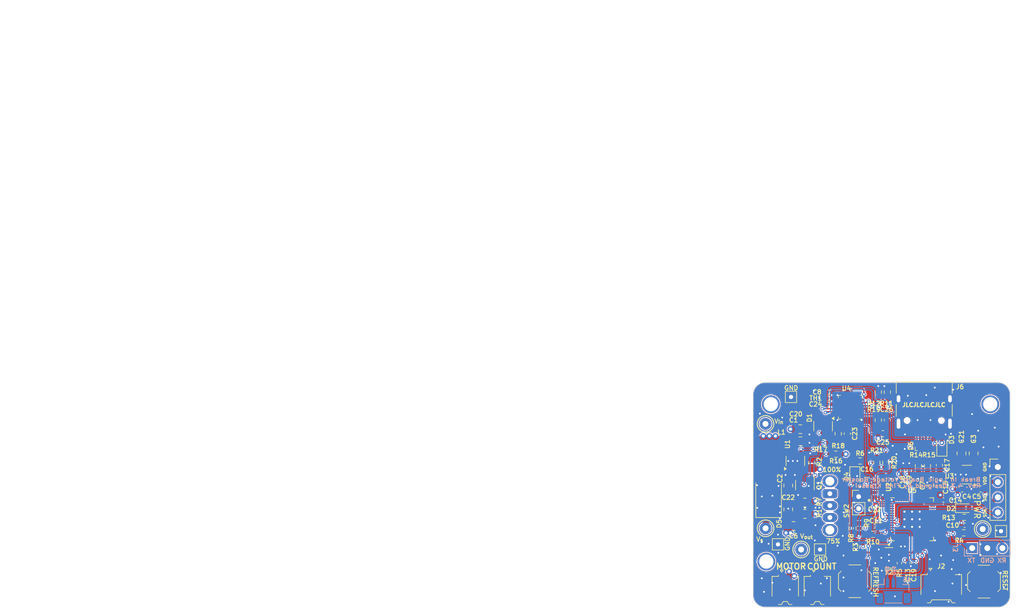
<source format=kicad_pcb>
(kicad_pcb (version 20240108) (generator "pcbnew") (generator_version "8.0")
  (layers (0 "F.Cu" signal) (1 "In1.Cu" signal) (2 "In2.Cu" signal) (31 "B.Cu" signal) (34 "B.Paste" user) (35 "F.Paste" user) (36 "B.SilkS" user "B.Silkscreen") (37 "F.SilkS" user "F.Silkscreen") (38 "B.Mask" user) (39 "F.Mask" user) (44 "Edge.Cuts" user))
  (net 0 "")
  (net 1 "GND")
  (net 2 "+3.3V")
  (net 3 "Net-(D2-A)")
  (net 4 "/V_{S}")
  (net 5 "/18V")
  (net 8 "/User_RST")
  (net 9 "Net-(D3-K)")
  (net 10 "/XOUT")
  (net 11 "+1V1")
  (net 12 "/FB")
  (net 13 "/RUN")
  (net 14 "/BOOT")
  (net 15 "/USB_D+")
  (net 16 "/USB_D-")
  (net 17 "/C-SW")
  (net 18 "/SWC")
  (net 19 "/SWD")
  (net 20 "/A")
  (net 21 "/B")
  (net 22 "/SW")
  (net 23 "/SW1")
  (net 24 "/TX")
  (net 25 "/RX")
  (net 26 "/EN")
  (net 27 "/FLASH_CS")
  (net 28 "/D-")
  (net 29 "/D+")
  (net 30 "/QSPI_SD2")
  (net 31 "/QSPI_SD3")
  (net 32 "/QSPI_SCLK")
  (net 33 "/QSPI_SD1")
  (net 34 "/QSPI_SD0")
  (net 35 "Net-(D4-K)")
  (net 36 "/24V")
  (net 37 "/V_{OUT}")
  (net 38 "/V_{G}")
  (net 40 "Net-(D1-A)")
  (net 43 "/SCL_1")
  (net 44 "/SDA_1")
  (net 45 "VBUS")
  (net 46 "/AP_3V")
  (net 47 "/AP_5V")
  (net 48 "/IFB")
  (net 49 "/CC1")
  (net 50 "/CC2")
  (net 51 "Net-(U5-XOUT)")
  (net 52 "/SDA_0")
  (net 53 "/SCL_0")
  (net 58 "/PD_INT")
  (net 66 "Net-(U5-XIN)")
  (net 81 "unconnected-(U5-GPIO0-Pad2)")
  (net 84 "Net-(U4-OTP)")
  (net 85 "VCC")
  (footprint "Capacitor_SMD:C_0603_1608Metric" (layer "F.Cu") (at 161.531 81.788 180)
    (property "Reference" "C4")
    (property "Value" "22uF")
  )
  (footprint "Finn-Lib:Keystone_5000-5004_Miniature" (layer "F.Cu") (at 164.973 88.519)
    (property "Reference" "TP4" (hide yes))
    (property "Value" "3V3")
  )
  (footprint "Resistor_SMD:R_0805_2012Metric" (layer "F.Cu") (at 135.128 85.979)
    (property "Reference" "R1")
    (property "Value" "29K")
  )
  (footprint "Resistor_SMD:R_0603_1608Metric" (layer "F.Cu") (at 148.971 65.532 90)
    (property "Reference" "R11")
    (property "Value" "5K1")
  )
  (footprint "Finn-Lib:TDK-VLS5045-5x5.3x4.5" (layer "F.Cu") (at 129.159 75.946 -90)
    (property "Reference" "L1")
    (property "Value" "22uH")
  )
  (footprint "Finn-Lib:QFN50P400X400X80-25N-D" (layer "F.Cu") (at 142.748 68.072 180)
    (property "Reference" "U4")
    (property "Value" "AP33772" (hide yes))
  )
  (footprint "Finn-Lib:SOT-23-3F" (layer "F.Cu") (at 135.128 81.153 -90)
    (property "Reference" "Q1")
    (property "Value" "SSM3J340R")
  )
  (footprint "TestPoint:TestPoint_THTPad_1.5x1.5mm_Drill0.7mm" (layer "F.Cu") (at 132.7912 66.3448)
    (property "Reference" "TP8" (hide yes))
    (property "Value" "GND")
  )
  (footprint "Resistor_SMD:R_0603_1608Metric" (layer "F.Cu") (at 144.2348 88.392 -90)
    (property "Reference" "R9")
    (property "Value" "10k")
  )
  (footprint "Finn-Lib:Keystone_5000-5004_Miniature" (layer "F.Cu") (at 128.5088 70.866)
    (property "Reference" "TP6" (hide yes))
    (property "Value" "V_{in}")
  )
  (footprint "Resistor_SMD:R_0603_1608Metric" (layer "F.Cu") (at 154.178 77.912 90)
    (property "Reference" "R14")
    (property "Value" "27R")
  )
  (footprint "LED_SMD:LED_0603_1608Metric" (layer "F.Cu") (at 161.8878 85.024)
    (property "Reference" "D2")
    (property "Value" "LED")
  )
  (footprint "Resistor_SMD:R_0603_1608Metric" (layer "F.Cu") (at 146.558 89.408 180)
    (property "Reference" "R10")
    (property "Value" "10k")
  )
  (footprint "Package_TO_SOT_SMD:SOT-23-6" (layer "F.Cu") (at 133.5278 77.089 90)
    (property "Reference" "U1")
    (property "Value" "SDB628")
  )
  (footprint "Finn-Lib:M2_Screw_PTH" (layer "F.Cu") (at 129.413 67.564)
    (property "Reference" "H1" (hide yes))
    (property "Value" "MountingHole")
  )
  (footprint "Diode_SMD:D_SOD-323F" (layer "F.Cu") (at 158.115 74.676 90)
    (property "Reference" "D3")
    (property "Value" "1N4148")
  )
  (footprint "Finn-Lib:SW_SPST_TL3342" (layer "F.Cu") (at 165.1898 97.343 90)
    (property "Reference" "SW3" (hide yes))
    (property "Value" "BTN_UR")
  )
  (footprint "Capacitor_SMD:C_0402_1005Metric" (layer "F.Cu") (at 139.093 66.548 180)
    (property "Reference" "TH1")
    (property "Value" "Thermistor_NTC")
  )
  (footprint "Capacitor_SMD:C_0402_1005Metric" (layer "F.Cu") (at 151.511 78.613 90)
    (property "Reference" "C18")
    (property "Value" "0.1uF")
  )
  (footprint "Finn-Lib:Display_128x64_096_I2C" (layer "F.Cu") (at 167.513 81.915 -90)
    (property "Reference" "Brd1" (hide yes))
    (property "Value" "SSD1306")
  )
  (footprint "Resistor_SMD:R_0603_1608Metric" (layer "F.Cu") (at 140.335 75.946)
    (property "Reference" "R16")
    (property "Value" "100R")
  )
  (footprint "Resistor_SMD:R_0603_1608Metric" (layer "F.Cu") (at 161.8878 86.547999)
    (property "Reference" "R13")
    (property "Value" "5K1")
  )
  (footprint "Package_TO_SOT_SMD:SOT-23-5" (layer "F.Cu") (at 162.306 79.375 180)
    (property "Reference" "U3")
    (property "Value" "AP7370-33W5-7")
  )
  (footprint "Capacitor_SMD:C_0805_2012Metric" (layer "F.Cu") (at 134.366 73.787 180)
    (property "Reference" "C1")
    (property "Value" "22uF")
  )
  (footprint "Finn-Lib:RP2040-QFN-56" (layer "F.Cu") (at 153.1163 86.875)
    (property "Reference" "U5")
    (property "Value" "RP2040")
  )
  (footprint "Finn-Lib:SW_Slide_1P2T_CK_OS102011MS2Q" (layer "F.Cu") (at 139.319 82.582 -90)
    (property "Reference" "SW1" (hide yes))
    (property "Value" "SW_SPDT")
  )
  (footprint "Capacitor_SMD:C_0402_1005Metric" (layer "F.Cu") (at 145.542 79.883 90)
    (property "Reference" "C16")
    (property "Value" "0.1uF")
  )
  (footprint "Capacitor_SMD:C_0805_2012Metric" (layer "F.Cu") (at 133.223 88.011 180)
    (property "Reference" "C6")
    (property "Value" "22uF")
  )
  (footprint "Finn-Lib:M2_Screw_PTH" (layer "F.Cu") (at 128.651 93.98)
    (property "Reference" "H3" (hide yes))
    (property "Value" "MountingHole")
  )
  (footprint "Finn-Lib: USON-8_2x3x0.6mm" (layer "F.Cu") (at 146.5683 83.249 90)
    (property "Reference" "U2")
    (property "Value" "W25Q16JVUXIQ" (hide yes))
  )
  (footprint "Finn-Lib:Molex_Pico-EZmate_78171-0004_1x04-1MP_P1.20mm_Vertical" (layer "F.Cu") (at 158.012 98.266)
    (property "Reference" "J2")
    (property "Value" "Conn_01x05")
  )
  (footprint "Capacitor_SMD:C_0603_1608Metric" (layer "F.Cu") (at 148.209 72.517 180)
    (property "Reference" "C25")
    (property "Value" "1uF")
  )
  (footprint "Capacitor_SMD:C_0402_1005Metric" (layer "F.Cu") (at 158.369 83.627)
    (property "Reference" "C14")
    (property "Value" "0.1uF")
  )
  (footprint "Finn-Lib:Molex_Pico-EZmate_78171-0002_1x02" (layer "F.Cu") (at 131.826 98.557)
    (property "Reference" "J7" (hide yes))
    (property "Value" "78171-0002")
  )
  (footprint "Finn-Lib:USB_C_Receptacle_HRO_TYPE-C-31-M-12" (layer "F.Cu") (at 155.16 67.697 180)
    (property "Reference" "J6")
    (property "Value" "USB_C_Receptacle_USB2.0")
  )
  (footprint "Resistor_SMD:R_0603_1608Metric" (layer "F.Cu") (at 136.271 77.4138 -90)
    (property "Reference" "R2")
    (property "Value" "10K")
  )
  (footprint "Capacitor_SMD:C_0603_1608Metric" (layer "F.Cu") (at 157.6968 77.785 90)
    (property "Reference" "C17")
    (property "Value" "1uF")
  )
  (footprint "Finn-Lib:Keystone_5000-5004_Miniature" (layer "F.Cu") (at 134.493 91.948)
    (property "Reference" "TP2" (hide yes))
    (property "Value" "V_{out}")
  )
  (footprint "TestPoint:TestPoint_THTPad_1.5x1.5mm_Drill0.7mm" (layer "F.Cu") (at 168.0464 88.8746)
    (property "Reference" "TP9" (hide yes))
    (property "Value" "GND")
  )
  (footprint "Capacitor_SMD:C_0402_1005Metric" (layer "F.Cu") (at 157.734 81.534 90)
    (property "Reference" "C15")
    (property "Value" "0.1uF")
  )
  (footprint "Resistor_SMD:R_0603_1608Metric" (layer "F.Cu") (at 161.798 89.154 180)
    (property "Reference" "R4")
    (property "Value" "10k")
  )
  (footprint "Capacitor_SMD:C_0603_1608Metric" (layer "F.Cu") (at 156.2998 81.214 90)
    (property "Reference" "C7")
    (property "Value" "1uF")
  )
  (footprint "Finn-Lib:M2_Screw_PTH" (layer "F.Cu") (at 166.243 67.564)
    (property "Reference" "H2" (hide yes))
    (property "Value" "MountingHole")
  )
  (footprint "Finn-Lib:DFN2510A-10" (layer "F.Cu") (at 154.94 74.542)
    (property "Reference" "D6")
    (property "Value" "PUSB3FS4Z" (hide yes))
  )
  (footprint "Capacitor_SMD:C_0402_1005Metric" (layer "F.Cu") (at 139.093 65.532)
    (property "Reference" "C8")
    (property "Value" "0.1uF")
  )
  (footprint "Resistor_SMD:R_0805_2012Metric" (layer "F.Cu") (at 135.128 84.074)
    (property "Reference" "R7")
    (property "Value" "39K")
  )
  (footprint "Capacitor_SMD:C_0402_1005Metric" (layer "F.Cu") (at 146.812 88.011 180)
    (property "Reference" "C11")
    (property "Value" "0.1uF")
  )
  (footprint "Capacitor_SMD:C_0805_2012Metric" (layer "F.Cu") (at 161.416997 75.819001 -90)
    (property "Reference" "C21")
    (property "Value" "22uF")
  )
  (footprint "Resistor_SMD:R_0603_1608Metric" (layer "F.Cu") (at 138.303 74.041)
    (property "Reference" "R17")
    (property "Value" "10K")
  )
  (footprint "Capacitor_SMD:C_0603_1608Metric" (layer "F.Cu") (at 148.971 70.231 90)
    (property "Reference" "C26")
    (property "Value" "1uF")
  )
  (footprint "Capacitor_SMD:C_0402_1005Metric" (layer "F.Cu") (at 152.654 78.613 90)
    (property "Reference" "C9")
    (property "Value" "0.1uF")
  )
  (footprint "Resistor_SMD:R_0603_1608Metric" (layer "F.Cu") (at 147.193 77.343 -90)
    (property "Reference" "R21")
    (property "Value" "5K1")
  )
  (footprint "Capacitor_SMD:C_0402_1005Metric" (layer "F.Cu") (at 152.4 94.234 -90)
    (property "Reference" "C13")
    (property "Value" "0.1uF")
  )
  (footprint "Capacitor_SMD:C_0603_1608Metric" (layer "F.Cu") (at 164.592 81.788)
    (property "Reference" "C5")
    (property "Value" "22uF")
  )
  (footprint "TestPoint:TestPoint_THTPad_1.5x1.5mm_Drill0.7mm" (layer "F.Cu") (at 137.668 91.948)
    (property "Reference" "TP5" (hide yes))
    (property "Value" "GND")
  )
  (footprint "Resistor_SMD:R_0603_1608Metric" (layer "F.Cu") (at 140.716 72.517 -90)
    (property "Reference" "R18")
    (property "Value" "3K8")
  )
  (footprint "Finn-Lib:SW_SPST_TL3342" (layer "F.Cu") (at 143.51 97.282 90)
    (property "Reference" "SW4" (hide yes))
    (property "Value" "BTN_R")
  )
  (footprint "Capacitor_SMD:C_0603_1608Metric" (layer "F.Cu") (at 142.24 72.517 90)
    (property "Reference" "C23")
    (property "Value" "1uF")
  )
  (footprint "Connector_PinHeader_2.00mm:PinHeader_1x02_P2.00mm_Vertical" (layer "F.Cu") (at 144.145 83.074)
    (property "Reference" "SW2")
    (property "Value" "SW_Push")
  )
  (footprint "Capacitor_SMD:C_0402_1005Metric" (layer "F.Cu") (at 146.812 86.106 180)
    (property "Reference" "C12")
    (property "Value" "0.1uF")
  )
  (footprint "Finn-Lib:Molex_Pico-EZmate_78171-0002_1x02" (layer "F.Cu") (at 137.2148 98.552)
    (property "Reference" "J4" (hide yes))
    (property "Value" "78171-0002")
  )
  (footprint "Resistor_SMD:R_0402_1005Metric" (layer "F.Cu") (at 151.003 94.234 90)
    (property "Reference" "R5")
    (property "Value" "1k")
  )
  (footprint "Diode_SMD:D_SOD-323F" (layer "F.Cu") (at 143.51 79.672001 -90)
    (property "Reference" "D4")
    (property "Value" "1N4148")
  )
  (footprint "Capacitor_SMD:C_0805_2012Metric" (layer "F.Cu") (at 134.366 71.755 180)
    (property "Reference" "C20")
    (property "Value" "22uF")
  )
  (footprint "Capacitor_SMD:C_0402_1005Metric" (layer "F.Cu") (at 153.416 94.234 -90)
    (property "Reference" "C19")
    (property "Value" "0.1uF")
  )
  (footprint "Finn-Lib:OSC_CSTNE12M0G520000R0" (layer "F.Cu") (at 149.225 93.3635 -90)
    (property "Reference" "Y2")
    (property "Value" "12MHz")
  )
  (footprint "Capacitor_SMD:C_0402_1005Metric" (layer "F.Cu") (at 161.925 87.884)
    (property "Reference" "C10")
    (property "Value" "0.1uF")
  )
  (footprint "Capacitor_SMD:C_0805_2012Metric" (layer "F.Cu") (at 132.334 85.217 -90)
    (property "Reference" "C22")
    (property "Value" "22uF")
  )
  (footprint "Resistor_SMD:R_0603_1608Metric" (layer "F.Cu") (at 155.702 77.913 90)
    (property "Reference" "R15")
    (property "Value" "27R")
  )
  (footprint "Resistor_SMD:R_0603_1608Metric" (layer "F.Cu") (at 144.399 77.089 180)
    (property "Reference" "R6")
    (property "Value" "10K")
  )
  (footprint "Resistor_SMD:R_0603_1608Metric" (layer "F.Cu") (at 147.447 70.231 -90)
    (property "Reference" "R19")
    (property "Value" "10m")
  )
  (footprint "Resistor_SMD:R_0603_1608Metric" (layer "F.Cu") (at 144.78 91.567 -90)
    (property "Reference" "R3")
    (property "Value" "10k")
  )
  (footprint "Capacitor_SMD:C_0805_2012Metric" (layer "F.Cu") (at 132.334 81.214 -90)
    (property "Reference" "C2")
    (property "Value" "1uF")
  )
  (footprint "Diode_SMD:D_SMB" (layer "F.Cu") (at 129.032 82.931 90)
    (property "Reference" "D5")
    (property "Value" "SS34B")
  )
  (footprint "Finn-Lib:Keystone_5000-5004_Miniature" (layer "F.Cu") (at 128.524 88.392)
    (property "Reference" "TP1" (hide yes))
    (property "Value" "V_{s}")
  )
  (footprint "TestPoint:TestPoint_THTPad_1.5x1.5mm_Drill0.7mm" (layer "F.Cu") (at 130.6068 91.0844)
    (property "Reference" "TP7" (hide yes))
    (property "Value" "GND")
  )
  (footprint "Capacitor_SMD:C_0402_1005Metric" (layer "F.Cu") (at 139.065 67.564)
    (property "Reference" "C24")
    (property "Value" "0.1uF")
  )
  (footprint "Resistor_SMD:R_0603_1608Metric" (layer "F.Cu") (at 147.447 65.532 90)
    (property "Reference" "R12")
    (property "Value" "5K1")
  )
  (footprint "Resistor_SMD:R_0402_1005Metric" (layer "F.Cu") (at 142.875 88.392 -90)
    (property "Reference" "R8")
    (property "Value" "1k")
  )
  (footprint "Package_TO_SOT_SMD:SOT-23-3" (layer "F.Cu") (at 138.176 71.247 -90)
    (property "Reference" "D1")
    (property "Value" "BZX84C22-7-F")
  )
  (footprint "Capacitor_SMD:C_0805_2012Metric" (layer "F.Cu") (at 163.449 75.819 -90)
    (property "Reference" "C3")
    (property "Value" "22uF")
  )
  (footprint "Resistor_SMD:R_0603_1608Metric" (layer "F.Cu") (at 148.717 77.343 -90)
    (property "Reference" "R20")
    (property "Value" "5K1")
  )
  (footprint "Connector_PinSocket_2.54mm:PinSocket_1x03_P2.54mm_Vertical" (layer "B.Cu") (at 163.21 91.719 -90)
    (property "Reference" "J3")
    (property "Value" "Conn_01x03")
  )
  (footprint "Connector_JST:JST_SH_BM03B-SRSS-TB_1x03-1MP_P1.00mm_Vertical" (layer "B.Cu") (at 149.987 98.933)
    (property "Reference" "J5")
    (property "Value" "Conn_01x03")
  )
  (gr_arc (start 167.5628 63.930214) (mid 168.977014 64.516) (end 169.5628 65.930214) (stroke (width 0.1)) (layer "Edge.Cuts"))
  (gr_line (start 169.5628 65.930214) (end 169.5628 99.622) (stroke (width 0.1)) (layer "Edge.Cuts"))
  (gr_line (start 167.5628 101.622) (end 128.4548 101.622) (stroke (width 0.1)) (layer "Edge.Cuts"))
  (gr_line (start 126.4548 99.622) (end 126.4548 65.930214) (stroke (width 0.1)) (layer "Edge.Cuts"))
  (gr_line (start 128.4548 63.930214) (end 167.5628 63.930214) (stroke (width 0.1)) (layer "Edge.Cuts"))
  (gr_arc (start 126.4548 65.930214) (mid 127.040586 64.516) (end 128.4548 63.930214) (stroke (width 0.1)) (layer "Edge.Cuts"))
  (gr_arc (start 128.4548 101.622) (mid 127.040586 101.036214) (end 126.4548 99.622) (stroke (width 0.1)) (layer "Edge.Cuts"))
  (gr_arc (start 169.5628 99.622) (mid 168.977014 101.036214) (end 167.5628 101.622) (stroke (width 0.1)) (layer "Edge.Cuts"))
  (gr_text "SWC\n" (at 148.971 95.504 90) (layer "B.SilkS") (effects (font (size 0.5 0.5) (thickness 0.125)) (justify mirror)))
  (gr_text "RX" (at 169.037 94.234 0) (layer "B.SilkS") (effects (font (size 0.762 0.762) (thickness 0.15) (bold yes)) (justify left bottom mirror)))
  (gr_text "TX" (at 163.83 94.234 0) (layer "B.SilkS") (effects (font (size 0.762 0.762) (thickness 0.15) (bold yes)) (justify left bottom mirror)))
  (gr_text "Break In Logic Board/Voltage Booster\nRev. 4.3 Designed by Finn Krassoi \n\n" (at 164.719 82.677 0) (layer "B.SilkS") (effects (font (size 0.65 0.8)) (justify left bottom mirror)))
  (gr_text "GND" (at 167.005 94.234 0) (layer "B.SilkS") (effects (font (size 0.762 0.762) (thickness 0.15) (bold yes)) (justify left bottom mirror)))
  (gr_text "SWD\n" (at 150.114 95.504 90) (layer "B.SilkS") (effects (font (size 0.5 0.5) (thickness 0.125)) (justify mirror)))
  (gr_text "75%" (at 138.618 90.998 0) (layer "F.SilkS") (effects (font (size 0.762 0.762)) (justify left bottom)))
  (gr_text "V_{out}" (at 134.239 90.17 0) (layer "F.SilkS") (effects (font (size 0.762 0.762) (thickness 0.14) (bold yes)) (justify left bottom)))
  (gr_text "JLCJLCJLCJLC" (at 151.384 68.072 0) (layer "F.SilkS") (effects (font (size 0.7 0.7) (thickness 0.175) (bold yes)) (justify left bottom)))
  (gr_text "GND" (at 132.6388 92.2528 90) (layer "F.SilkS") (effects (font (size 0.762 0.762) (thickness 0.14) (bold yes)) (justify left bottom)))
  (gr_text "RESET" (at 168.275 97.155 270) (layer "F.SilkS") (effects (font (size 0.762 0.762)) (justify bottom)))
  (gr_text "COUNT" (at 135.382 95.377 0) (layer "F.SilkS") (effects (font (size 1 1) (thickness 0.2) (bold yes)) (justify left bottom)))
  (gr_text "PWR\n" (at 163.449 83.566 -90) (layer "F.SilkS") (effects (font (size 1 1)) (justify left bottom)))
  (gr_text "REFRESH\n" (at 146.558 97.409 270) (layer "F.SilkS") (effects (font (size 0.762 0.762)) (justify bottom)))
  (gr_text "GND" (at 131.572 65.278 0) (layer "F.SilkS") (effects (font (size 0.762 0.762) (thickness 0.14) (bold yes)) (justify left bottom)))
  (gr_text "GND" (at 136.525 93.98 0) (layer "F.SilkS") (effects (font (size 0.762 0.762) (thickness 0.14) (bold yes)) (justify left bottom)))
  (gr_text "100%" (at 138.049 78.994 0) (layer "F.SilkS") (effects (font (size 0.762 0.762)) (justify left bottom)))
  (gr_text "V_{s}" (at 126.873 90.678 0) (layer "F.SilkS") (effects (font (size 0.762 0.762) (thickness 0.14) (bold yes)) (justify left bottom)))
  (gr_text "V_{in}" (at 129.9088 70.866 0) (layer "F.SilkS") (effects (font (size 0.762 0.762) (thickness 0.14) (bold yes)) (justify left bottom)))
  (gr_text "MOTOR" (at 130.175 95.377 0) (layer "F.SilkS") (effects (font (size 1 1) (thickness 0.2) (bold yes)) (justify left bottom)))
  (segment (start 158.41 71.742) (end 158.41 71.823168) (width 0.2) (layer "F.Cu") (net 1))
  (via (at 154.94 77.978) (size 0.6) (drill 0.3) (layers "F.Cu" "B.Cu") (net 1))
  (via (at 127.5588 69.1388) (size 0.6) (drill 0.3) (layers "F.Cu" "B.Cu") (net 1))
  (via (at 161.29 79.375) (size 0.6) (drill 0.3) (layers "F.Cu" "B.Cu") (net 1))
  (via (at 164.211 72.009) (size 0.6) (drill 0.3) (layers "F.Cu" "B.Cu") (net 1))
  (via (at 138.811 96.774) (size 0.6) (drill 0.3) (layers "F.Cu" "B.Cu") (net 1))
  (via (at 135.128 98.806) (size 0.6) (drill 0.3) (layers "F.Cu" "B.Cu") (net 1))
  (via (at 147.447 97.155) (size 0.6) (drill 0.3) (layers "F.Cu" "B.Cu") (net 1))
  (via (at 156.972 90.424) (size 0.6) (drill 0.3) (layers "F.Cu" "B.Cu") (net 1))
  (via (at 154.051 70.231) (size 0.6) (drill 0.3) (layers "F.Cu" "B.Cu") (net 1))
  (via (at 151.892 75.057) (size 0.6) (drill 0.3) (layers "F.Cu" "B.Cu") (net 1))
  (via (at 133.096 77.089) (size 0.6) (drill 0.3) (layers "F.Cu" "B.Cu") (net 1))
  (via (at 157.861 80.391) (size 0.6) (drill 0.3) (layers "F.Cu" "B.Cu") (net 1))
  (via (at 136.906 84.9376) (size 0.6) (drill 0.3) (layers "F.Cu" "B.Cu") (net 1))
  (via (at 165.1 74.803) (size 0.6) (drill 0.3) (layers "F.Cu" "B.Cu") (net 1))
  (via (at 160.02 93.726) (size 0.6) (drill 0.3) (layers "F.Cu" "B.Cu") (net 1))
  (via (at 130.6068 89.4588) (size 0.6) (drill 0.3) (layers "F.Cu" "B.Cu") (net 1))
  (via (at 141.605 92.964) (size 0.6) (drill 0.3) (layers "F.Cu" "B.Cu") (net 1))
  (via (at 141.859 77.724) (size 0.6) (drill 0.3) (layers "F.Cu" "B.Cu") (net 1))
  (via (at 137.795 97.663) (size 0.6) (drill 0.3) (layers "F.Cu" "B.Cu") (net 1))
  (via (at 152.4 97.536) (size 0.6) (drill 0.3) (layers "F.Cu" "B.Cu") (net 1))
  (via (at 147.955 75.184) (size 0.6) (drill 0.3) (layers "F.Cu" "B.Cu") (net 1))
  (via (at 140.589 91.313) (size 0.6) (drill 0.3) (layers "F.Cu" "B.Cu") (net 1))
  (via (at 158.75 72.644) (size 0.6) (drill 0.3) (layers "F.Cu" "B.Cu") (net 1))
  (via (at 163.322 87.63) (size 0.6) (drill 0.3) (layers "F.Cu" "B.Cu") (net 1))
  (via (at 128.27 99.06) (size 0.6) (drill 0.3) (layers "F.Cu" "B.Cu") (net 1))
  (via (at 156.9212 64.77) (size 0.6) (drill 0.3) (layers "F.Cu" "B.Cu") (net 1))
  (via (at 166.116 77.9882) (size 0.6) (drill 0.3) (layers "F.Cu" "B.Cu") (net 1))
  (via (at 163.449 73.66) (size 0.6) (drill 0.3) (layers "F.Cu" "B.Cu") (net 1))
  (via (at 159.131 73.66) (size 0.6) (drill 0.3) (layers "F.Cu" "B.Cu") (net 1))
  (via (at 129.032 90.9828) (size 0.6) (drill 0.3) (layers "F.Cu" "B.Cu") (net 1))
  (via (at 143.383 84.074) (size 0.6) (drill 0.3) (layers "F.Cu" "B.Cu") (net 1))
  (via (at 130.937 85.725) (size 0.6) (drill 0.3) (layers "F.Cu" "B.Cu") (net 1))
  (via (at 141.605 96.647) (size 0.6) (drill 0.3) (layers "F.Cu" "B.Cu") (net 1))
  (via (at 152.654 77.47) (size 0.6) (drill 0.3) (layers "F.Cu" "B.Cu") (net 1))
  (via (at 141.478 89.662) (size 0.6) (drill 0.3) (layers "F.Cu" "B.Cu") (net 1))
  (via (at 148.844 73.66) (size 0.6) (drill 0.3) (layers "F.Cu" "B.Cu") (net 1))
  (via (at 150.5848 80.071) (size 0.6) (drill 0.3) (layers "F.Cu" "B.Cu") (net 1))
  (via (at 136.779 90.424) (size 0.6) (drill 0.3) (layers "F.Cu" "B.Cu") (net 1))
  (via (at 166.254777 79.6305) (size 0.6) (drill 0.3) (layers "F.Cu" "B.Cu") (net 1))
  (via (at 163.068 81.788) (size 0.6) (drill 0.3) (layers "F.Cu" "B.Cu") (net 1))
  (via (at 159.639 72.517) (size 0.6) (drill 0.3) (layers "F.Cu" "B.Cu") (net 1))
  (via (at 159.766 95.25) (size 0.6) (drill 0.3) (layers "F.Cu" "B.Cu") (net 1))
  (via (at 147.447 64.516) (size 0.6) (drill 0.3) (layers "F.Cu" "B.Cu") (net 1))
  (via (at 142.621 79.502) (size 0.6) (drill 0.3) (layers "F.Cu" "B.Cu") (net 1))
  (via (at 149.225 93.853) (size 0.6) (drill 0.3) (layers "F.Cu" "B.Cu") (net 1))
  (via (at 130.937 86.741) (size 0.6) (drill 0.3) (layers "F.Cu" "B.Cu") (net 1))
  (via (at 167.386 92.71) (size 0.6) (drill 0.3) (layers "F.Cu" "B.Cu") (net 1))
  (via (at 159.893 97.663) (size 0.6) (drill 0.3) (layers "F.Cu" "B.Cu") (net 1))
  (via (at 160.02 65.1256) (size 0.6) (drill 0.3) (layers "F.Cu" "B.Cu") (net 1))
  (via (at 133.858 77.089) (size 0.6) (drill 0.3) (layers "F.Cu" "B.Cu") (net 1))
  (via (at 150.495 77.089) (size 0.6) (drill 0.3) (layers "F.Cu" "B.Cu") (net 1))
  (via (at 149.86 74.549) (size 0.6) (drill 0.3) (layers "F.Cu" "B.Cu") (net 1))
  (via (at 164.973 83.82) (size 0.6) (drill 0.3) (layers "F.Cu" "B.Cu") (net 1))
  (via (at 133.4398 79.436) (size 0.6) (drill 0.3) (layers "F.Cu" "B.Cu") (net 1))
  (via (at 137.414 81.788) (size 0.6) (drill 0.3) (layers "F.Cu" "B.Cu") (net 1))
  (via (at 127.8636 90.7288) (size 0.6) (drill 0.3) (layers "F.Cu" "B.Cu") (net 1))
  (via (at 144.653 70.231) (size 0.6) (drill 0.3) (layers "F.Cu" "B.Cu") (net 1))
  (via (at 156.2998 79.817) (size 0.6) (drill 0.3) (layers "F.Cu" "B.Cu") (net 1))
  (via (at 146.939 94.234) (size 0.6) (drill 0.3) (layers "F.Cu" "B.Cu") (net 1))
  (via (at 150.495 75.946) (size 0.6) (drill 0.3) (layers "F.Cu" "B.Cu") (net 1))
  (via (at 156.083 93.599) (size 0.6) (drill 0.3) (layers "F.Cu" "B.Cu") (net 1))
  (via (at 137.541 84.9376) (size 0.6) (drill 0.3) (layers "F.Cu" "B.Cu") (net 1))
  (via (at 144.6158 95.438) (size 0.6) (drill 0.3) (layers "F.Cu" "B.Cu") (net 1))
  (via (at 159.258 100.711) (size 0.6) (drill 0.3) (layers "F.Cu" "B.Cu") (net 1))
  (via (at 162.179 79.375) (size 0.6) (drill 0.3) (layers "F.Cu" "B.Cu") (net 1))
  (via (at 148.1718 82.7888) (size 0.6) (drill 0.3) (layers "F.Cu" "B.Cu") (net 1))
  (via (at 137.414 80.772) (size 0.6) (drill 0.3) (layers "F.Cu" "B.Cu") (net 1))
  (via (at 132.588 98.679) (size 0.6) (drill 0.3) (layers "F.Cu" "B.Cu") (net 1))
  (via (at 141.605 98.933) (size 0.6) (drill 0.3) (layers "F.Cu" "B.Cu") (net 1))
  (via (at 155.6648 80.706) (size 0.6) (drill 0.3) (layers "F.Cu" "B.Cu") (net 1))
  (via (at 138.176 93.98) (size 0.6) (drill 0.3) (layers "F.Cu" "B.Cu") (net 1))
  (via (at 151.257 91.44) (size 0.6) (drill 0.3) (layers "F.Cu" "B.Cu") (net 1))
  (via (at 145.923 75.692) (size 0.6) (drill 0.3) (layers "F.Cu" "B.Cu") (net 1))
  (via (at 140.589 70.231) (size 0.6) (drill 0.3) (layers "F.Cu" "B.Cu") (net 1))
  (via (at 130.6576 92.5068) (size 0.6) (drill 0.3) (layers "F.Cu" "B.Cu") (net 1))
  (via (at 159.385 86.995) (size 0.6) (drill 0.3) (layers "F.Cu" "B.Cu") (net 1))
  (via (at 143.7132 91.948) (size 0.6) (drill 0.3) (layers "F.Cu" "B.Cu") (net 1))
  (via (at 136.906 87.884) (size 0.6) (drill 0.3) (layers "F.Cu" "B.Cu") (net 1))
  (via (at 159.131 81.153) (size 0.6) (drill 0.3) (layers "F.Cu" "B.Cu") (net 1))
  (via (at 127.889 96.774) (size 0.6) (drill 0.3) (layers "F.Cu" "B.Cu") (net 1))
  (via (at 159.893 83.566) (size 0.6) (drill 0.3) (layers "F.Cu" "B.Cu") (net 1))
  (via (at 147.955 93.345) (size 0.6) (drill 0.3) (layers "F.Cu" "B.Cu") (net 1))
  (via (at 149.5688 80.071) (size 0.6) (drill 0.3) (layers "F.Cu" "B.Cu") (net 1))
  (via (at 130.694777 81.2815) (size 0.6) (drill 0.3) (layers "F.Cu" "B.Cu") (net 1))
  (via (at 143.764 90.9828) (size 0.6) (drill 0.3) (layers "F.Cu" "B.Cu") (net 1))
  (via (at 165.9128 86.614) (size 0.6) (drill 0.3) (layers "F.Cu" "B.Cu") (net 1))
  (via (at 140.462 77.343) (size 0.6) (drill 0.3) (layers "F.Cu" "B.Cu") (net 1))
  (via (at 151.892 91.44) (size 0.6) (drill 0.3) (layers "F.Cu" "B.Cu") (net 1))
  (via (at 144.399 81.407) (size 0.6) (drill 0.3) (layers "F.Cu" "B.Cu") (net 1))
  (via (at 135.89 72.644) (size 0.6) (drill 0.3) (layers "F.Cu" "B.Cu") (net 1))
  (via (at 168.529 98.298) (size 0.6) (drill 0.3) (layers "F.Cu" "B.Cu") (net 1))
  (via (at 155.4988 66.04) (size 0.6) (drill 0.3) (layers "F.Cu" "B.Cu") (net 1))
  (via (at 132.334 85.09) (size 0.6) (drill 0.3) (layers "F.Cu" "B.Cu") (net 1))
  (via (at 161.417 73.66) (size 0.6) (drill 0.3) (layers "F.Cu" "B.Cu") (net 1))
  (via (at 137.541 66.548) (size 0.6) (drill 0.3) (layers "F.Cu" "B.Cu") (net 1))
  (via (at 157.988 92.964) (size 0.6) (drill 0.3) (layers "F.Cu" "B.Cu") (net 1))
  (via (at 148.0312 95.504) (size 0.6) (drill 0.3) (layers "F.Cu" "B.Cu") (net 1))
  (via (at 168.021 95.885) (size 0.6) (drill 0.3) (layers "F.Cu" "B.Cu") (net 1))
  (via (at 164.592 91.059) (size 0.6) (drill 0.3) (layers "F.Cu" "B.Cu") (net 1))
  (via (at 150.241 99.822) (size 0.6) (drill 0.3) (layers "F.Cu" "B.Cu") (net 1))
  (via (at 163.195 69.215) (size 0.6) (drill 0.3) (layers "F.Cu" "B.Cu") (net 1))
  (via (at 162.179 97.917) (size 0.6) (drill 0.3) (layers "F.Cu" "B.Cu") (net 1))
  (via (at 149.225 92.837) (size 0.6) (drill 0.3) (layers "F.Cu" "B.Cu") (net 1))
  (via (at 129.667 82.931) (size 0.6) (drill 0.3) (layers "F.Cu" "B.Cu") (net 1))
  (via (at 131.87347 79.436998) (size 0.6) (drill 0.3) (layers "F.Cu" "B.Cu") (net 1))
  (via (at 127.889 83.058) (size 0.6) (drill 0.3) (layers "F.Cu" "B.Cu") (net 1))
  (via (at 167.005 71.501) (size 0.6) (drill 0.3) (layers "F.Cu" "B.Cu") (net 1))
  (via (at 148.463 64.516) (size 0.6) (drill 0.3) (layers "F.Cu" "B.Cu") (net 1))
  (via (at 167.64 74.676) (size 0.6) (drill 0.3) (layers "F.Cu" "B.Cu") (net 1))
  (via (at 129.667 97.536) (size 0.6) (drill 0.3) (layers "F.Cu" "B.Cu") (net 1))
  (via (at 143.891 79.629) (size 0.6) (drill 0.3) (layers "F.Cu" "B.Cu") (net 1))
  (via (at 151.928 72.614) (size 0.6) (drill 0.3) (layers "F.Cu" "B.Cu") (net 1))
  (via (at 154.1408 80.071) (size 0.6) (drill 0.3) (layers "F.Cu" "B.Cu") (net 1))
  (via (at 131.318 69.7992) (size 0.6) (drill 0.3) (layers "F.Cu" "B.Cu") (net 1))
  (via (at 127.1016 81.153) (size 0.6) (drill 0.3) (layers "F.Cu" "B.Cu") (net 1))
  (via (at 127.127 84.963) (size 0.6) (drill 0.3) (layers "F.Cu" "B.Cu") (net 1))
  (via (at 132.334 77.089) (size 0.6) (drill 0.3) (layers "F.Cu" "B.Cu") (net 1))
  (via (at 136.652 65.278) (size 0.6) (drill 0.3) (layers "F.Cu" "B.Cu") (net 1))
  (via (at 135.128 84.963) (size 0.6) (drill 0.3) (layers "F.Cu" "B.Cu") (net 1))
  (via (at 145.923 85.344) (size 0.6) (drill 0.3) (layers "F.Cu" "B.Cu") (net 1))
  (via (at 152.4 66.1416) (size 0.6) (drill 0.3) (layers "F.Cu" "B.Cu") (net 1))
  (via (at 146.304 99.314) (size 0.6) (drill 0.3) (layers "F.Cu" "B.Cu") (net 1))
  (via (at 141.605 85.725) (size 0.6) (drill 0.3) (layers "F.Cu" "B.Cu") (net 1))
  (via (at 135.89 74.041) (size 0.6) (drill 0.3) (layers "F.Cu" "B.Cu") (net 1))
  (via (at 140.589 66.04) (size 0.6) (drill 0.3) (layers "F.Cu" "B.Cu") (net 1))
  (via (at 147.5232 91.948) (size 0.6) (drill 0.3) (layers "F.Cu" "B.Cu") (net 1))
  (via (at 130.937 84.709) (size 0.6) (drill 0.3) (layers "F.Cu" "B.Cu") (net 1))
  (via (at 161.036 96.139) (size 0.6) (drill 0.3) (layers "F.Cu" "B.Cu") (net 1))
  (via (at 164.592 92.837) (size 0.6) (drill 0.3) (layers "F.Cu" "B.Cu") (net 1))
  (via (at 151.638 77.47) (size 0.6) (drill 0.3) (layers "F.Cu" "B.Cu") (net 1))
  (via (at 136.017 75.819) (size 0.6) (drill 0.3) (layers "F.Cu" "B.Cu") (net 1))
  (via (at 133.985 82.804) (size 0.6) (drill 0.3) (layers "F.Cu" "B.Cu") (net 1))
  (via (at 156.21 70.231) (size 0.6) (drill 0.3) (layers "F.Cu" "B.Cu") (net 1))
  (via (at 152.908 94.742) (size 0.6) (drill 0.3) (layers "F.Cu" "B.Cu") (net 1))
  (via (at 167.2844 88.7476) (size 0.6) (drill 0.3) (layers "F.Cu" "B.Cu") (net 1))
  (via (at 149.6958 83.627) (size 0.6) (drill 0.3) (layers "F.Cu" "B.Cu") (net 1))
  (via (at 135.763 81.28) (size 0.6) (drill 0.3) (layers "F.Cu" "B.Cu") (net 1))
  (via (at 137.795 79.502) (size 0.6) (drill 0.3) (layers "F.Cu" "B.Cu") (net 1))
  (via (at 156.972 98.933) (size 0.6) (drill 0.3) (layers "F.Cu" "B.Cu") (net 1))
  (via (at 160.401 79.375) (size 0.6) (drill 0.3) (layers "F.Cu" "B.Cu") (net 1))
  (arc (start 158.41 71.823168) (mid 158.498363 72.267399) (end 158.75 72.644) (width 0.2) (layer "F.Cu") (net 1))
  (segment (start 147.32 88.519) (end 147.32 88.078597) (width 0.2) (layer "F.Cu") (net 2))
  (segment (start 147.292 85.072682) (end 147.292 86.106) (width 0.2) (layer "F.Cu") (net 2))
  (segment (start 145.542 80.772) (end 145.415 80.899) (width 0.3) (layer "F.Cu") (net 2))
  (segment (start 165.354 81.819384) (end 165.354 82.677) (width 0.3) (layer "F.Cu") (net 2))
  (segment (start 161.417 87.503) (end 161.445 87.475) (width 0.2) (layer "F.Cu") (net 2))
  (segment (start 161.445 87.475) (end 161.445 87.470711) (width 0.2) (layer "F.Cu") (net 2))
  (segment (start 153.3163 83.4755) (end 153.3163 83.015888) (width 0.2) (layer "F.Cu") (net 2))
  (segment (start 165.367 81.788) (end 165.367 81.480825) (width 0.4) (layer "F.Cu") (net 2))
  (segment (start 160.756 81.788) (end 160.756 82.741231) (width 0.4) (layer "F.Cu") (net 2))
  (segment (start 148.717 78.168) (end 148.107095 78.168) (width 0.4) (layer "F.Cu") (net 2))
  (segment (start 153.3163 90.3125) (end 153.3163 91.903882) (width 0.2) (layer "F.Cu") (net 2))
  (segment (start 152.654 79.093) (end 152.561498 79.093) (width 0.4) (layer "F.Cu") (net 2))
  (segment (start 147.32 87.122) (end 147.32 86.173597) (width 0.3) (layer "F.Cu") (net 2))
  (segment (start 153.035 92.583) (end 152.527 93.091) (width 0.2) (layer "F.Cu") (net 2))
  (segment (start 152.4 93.754) (end 151.959597 93.754) (width 0.3) (layer "F.Cu") (net 2))
  (segment (start 160.756 81.788) (end 159.893 81.788) (width 0.4) (layer "F.Cu") (net 2))
  (segment (start 152.654 79.344185) (end 152.654 79.093) (width 0.2) (layer "F.Cu") (net 2))
  (segment (start 148.844 88.011) (end 148.515605 88.339395) (width 0.2) (layer "F.Cu") (net 2))
  (segment (start 166.22121 80.645) (end 167.513 80.645) (width 0.4) (layer "F.Cu") (net 2))
  (segment (start 145.542 80.363) (end 146.360678 80.363) (width 0.3) (layer "F.Cu") (net 2))
  (segment (start 153.5058 82.865) (end 153.6328 82.865) (width 0.2) (layer "F.Cu") (net 2))
  (segment (start 161.510054 88.041054) (end 162.623 89.154) (width 0.2) (layer "F.Cu") (net 2))
  (segment (start 144.7023 87.567) (end 144.2348 87.567) (width 0.3) (layer "F.Cu") (net 2))
  (segment (start 144.78 90.742) (end 144.78 91.133395) (width 0.3) (layer "F.Cu") (net 2))
  (segment (start 149.6788 84.275) (end 149.322743 84.275) (width 0.2) (layer "F.Cu") (net 2))
  (segment (start 149.6788 87.875) (end 149.172333 87.875) (width 0.2) (layer "F.Cu") (net 2))
  (segment (start 148.397618 84.6582) (end 147.666884 84.6582) (width 0.2) (layer "F.Cu") (net 2))
  (segment (start 145.288 88.317605) (end 145.288 88.063605) (width 0.3) (layer "F.Cu") (net 2))
  (segment (start 160.756 81.788) (end 160.756 81.320863) (width 0.4) (layer "F.Cu") (net 2))
  (segment (start 161.445 87.531) (end 161.417 87.503) (width 0.2) (layer "F.Cu") (net 2))
  (segment (start 152.4 93.754) (end 152.4 93.397605) (width 0.2) (layer "F.Cu") (net 2))
  (segment (start 165.0492 88.2904) (end 165.0492 87.717778) (width 0.4) (layer "F.Cu") (net 2))
  (segment (start 147.32 89.027) (end 147.32 88.519) (width 0.2) (layer "F.Cu") (net 2))
  (segment (start 156.5538 87.875) (end 161.423273 87.875) (width 0.2) (layer "F.Cu") (net 2))
  (segment (start 153.3163 83.4375) (end 153.3163 80.943118) (width 0.2) (layer "F.Cu") (net 2))
  (segment (start 147.193 78.168) (end 147.802905 78.168) (width 0.4) (layer "F.Cu") (net 2))
  (segment (start 145.542 80.363) (end 145.542 80.772) (width 0.3) (layer "F.Cu") (net 2))
  (segment (start 148.082 88.519) (end 147.32 88.519) (width 0.2) (layer "F.Cu") (net 2))
  (segment (start 161.445 87.884) (end 161.445 87.531) (width 0.2) (layer "F.Cu") (net 2))
  (segment (start 147.32 87.943403) (end 147.32 87.122) (width 0.3) (layer "F.Cu") (net 2))
  (segment (start 153.7163 83.4755) (end 153.7163 83.066586) (width 0.2) (layer "F.Cu") (net 2))
  (segment (start 153.3788 82.865) (end 153.5058 82.865) (width 0.2) (layer "F.Cu") (net 2))
  (via (at 157.861 82.804) (size 0.8) (drill 0.4) (layers "F.Cu" "B.Cu") (net 2))
  (via (at 165.354 82.677) (size 0.6) (drill 0.3) (layers "F.Cu" "B.Cu") (net 2))
  (via (at 159.893 81.788) (size 0.8) (drill 0.4) (layers "F.Cu" "B.Cu") (net 2))
  (via (at 144.907 91.44) (size 0.6) (drill 0.3) (layers "F.Cu" "B.Cu") (net 2))
  (via (at 147.32 87.122) (size 0.6) (drill 0.3) (layers "F.Cu" "B.Cu") (net 2))
  (via (at 160.782 82.804) (size 0.8) (drill 0.4) (layers "F.Cu" "B.Cu") (net 2))
  (via (at 151.892 93.726) (size 0.6) (drill 0.3) (layers "F.Cu" "B.Cu") (net 2))
  (via (at 152.273 79.2125) (size 0.6) (drill 0.3) (layers "F.Cu" "B.Cu") (net 2))
  (via (at 145.288 88.317605) (size 0.6) (drill 0.3) (layers "F.Cu" "B.Cu") (net 2))
  (via (at 161.417 87.503) (size 0.6) (drill 0.3) (layers "F.Cu" "B.Cu") (net 2))
  (via (at 147.955 78.105) (size 0.6) (drill 0.3) (layers "F.Cu" "B.Cu") (net 2))
  (via (at 145.415 80.899) (size 0.6) (drill 0.3) (layers "F.Cu" "B.Cu") (net 2))
  (arc (start 151.959597 93.754) (mid 151.923014 93.746723) (end 151.892 93.726) (width 0.3) (layer "F.Cu") (net 2))
  (arc (start 160.756 82.741231) (mid 160.762757 82.775201) (end 160.782 82.804) (width 0.4) (layer "F.Cu") (net 2))
  (arc (start 147.32 86.173597) (mid 147.312723 86.137014) (end 147.292 86.106) (width 0.3) (layer "F.Cu") (net 2))
  (arc (start 165.608 80.899) (mid 165.889343 80.711013) (end 166.22121 80.645) (width 0.4) (layer "F.Cu") (net 2))
  (arc (start 161.445 87.884) (mid 161.461907 87.968997) (end 161.510054 88.041054) (width 0.2) (layer "F.Cu") (net 2))
  (arc (start 165.367 81.480825) (mid 165.429634 81.165944) (end 165.608 80.899) (width 0.4) (layer "F.Cu") (net 2))
  (arc (start 161.445 87.884) (mid 161.450146 87.909869) (end 161.464799 87.931799) (width 0.2) (layer "F.Cu") (net 2))
  (arc (start 165.367 81.788) (mid 165.357378 81.802399) (end 165.354 81.819384) (width 0.3) (layer "F.Cu") (net 2))
  (arc (start 145.161 87.757) (mid 144.950547 87.616379) (end 144.7023 87.567) (width 0.3) (layer "F.Cu") (net 2))
  (arc (start 147.292 88.011) (mid 147.312723 87.979987) (end 147.32 87.943403) (width 0.3) (layer "F.Cu") (net 2))
  (arc (start 148.515605 88.339395) (mid 148.316666 88.472322) (end 148.082 88.519) (width 0.2) (layer "F.Cu") (net 2))
  (arc (start 147.666884 84.6582) (mid 147.534138 84.684605) (end 147.4216 84.7598) (width 0.2) (layer "F.Cu") (net 2))
  (arc (start 161.445 87.470711) (mid 161.34567 86.971343) (end 161.0628 86.547999) (width 0.2) (layer "F.Cu") (net 2))
  (arc (start 144.78 91.133395) (mid 144.813007 91.299328) (end 144.907 91.44) (width 0.3) (layer "F.Cu") (net 2))
  (arc (start 147.4216 84.7598) (mid 147.325682 84.903351) (end 147.292 85.072682) (width 0.2) (layer "F.Cu") (net 2))
  (arc (start 149.322743 84.275) (mid 149.138027 84.311742) (end 148.981432 84.416376) (width 0.2) (layer "F.Cu") (net 2))
  (arc (start 146.360678 80.363) (mid 146.473042 80.385351) (end 146.5683 80.449) (width 0.3) (layer "F.Cu") (net 2))
  (arc (start 160.756 81.320863) (mid 160.863205 80.781906) (end 161.1685 80.325) (width 0.4) (layer "F.Cu") (net 2))
  (arc (start 153.3163 83.015888) (mid 153.332543 82.934228) (end 153.3788 82.865) (width 0.2) (layer "F.Cu") (net 2))
  (arc (start 153.3163 80.943118) (mid 153.243193 80.575582) (end 153.035 80.264) (width 0.2) (layer "F.Cu") (net 2))
  (arc (start 161.423273 87.875) (mid 161.435031 87.877339) (end 161.445 87.884) (width 0.2) (layer "F.Cu") (net 2))
  (arc (start 153.3163 91.903882) (mid 153.243193 92.271418) (end 153.035 92.583) (width 0.2) (layer "F.Cu") (net 2))
  (arc (start 147.802905 78.168) (mid 147.885218 78.151626) (end 147.955 78.105) (width 0.4) (layer "F.Cu") (net 2))
  (arc (start 153.7163 83.066586) (mid 153.6946 82.957489) (end 153.6328 82.865) (width 0.2) (layer "F.Cu") (net 2))
  (arc (start 149.172333 87.875) (mid 148.994641 87.910345) (end 148.844 88.011) (width 0.2) (layer "F.Cu") (net 2))
  (arc (start 145.288 88.063605) (mid 145.254994 87.897672) (end 145.161 87.757) (width 0.3) (layer "F.Cu") (net 2))
  (arc (start 153.035 80.264) (mid 152.753019 79.841986) (end 152.654 79.344185) (width 0.2) (layer "F.Cu") (net 2))
  (arc (start 148.981432 84.416376) (mid 148.713577 84.595352) (end 148.397618 84.6582) (width 0.2) (layer "F.Cu") (net 2))
  (arc (start 148.107095 78.168) (mid 148.024782 78.151627) (end 147.955 78.105) (width 0.4) (layer "F.Cu") (net 2))
  (arc (start 152.4 93.397605) (mid 152.433006 93.231672) (end 152.527 93.091) (width 0.2) (layer "F.Cu") (net 2))
  (arc (start 152.561498 79.093) (mid 152.405364 79.124057) (end 152.273 79.2125) (width 0.4) (layer "F.Cu") (net 2))
  (arc (start 147.32 88.078597) (mid 147.312723 88.042014) (end 147.292 88.011) (width 0.2) (layer "F.Cu") (net 2))
  (segment (start 162.7128 86.547999) (end 162.7128 85.114533) (width 0.2) (layer "F.Cu") (net 3))
  (arc (start 162.7128 85.114533) (mid 162.703055 85.065537) (end 162.6753 85.024) (width 0.2) (layer "F.Cu") (net 3))
  (segment (start 140.716 73.342) (end 140.716 73.607395) (width 0.2) (layer "F.Cu") (net 4))
  (segment (start 139.128 74.041) (end 138.557 74.041) (width 0.2) (layer "F.Cu") (net 4))
  (segment (start 135.001 81.026) (end 134.178 81.026) (width 0.2) (layer "F.Cu") (net 4))
  (segment (start 134.178 81.026) (end 134.178 81.449057) (width 0.6) (layer "F.Cu") (net 4))
  (segment (start 140.282395 74.041) (end 139.128 74.041) (width 0.2) (layer "F.Cu") (net 4))
  (segment (start 128.524 88.392) (end 128.524 87.48121) (width 0.8) (layer "F.Cu") (net 4))
  (segment (start 129.831322 84.314478) (end 131.579456 82.566344) (width 0.8) (layer "F.Cu") (net 4))
  (segment (start 133.383861 82.164) (end 132.5508 82.164) (width 0.6) (layer "F.Cu") (net 4))
  (segment (start 129.032 86.25479) (end 129.032 85.081) (width 0.8) (layer "F.Cu") (net 4))
  (segment (start 134.178 80.2155) (end 134.178 81.026) (width 0.6) (layer "F.Cu") (net 4))
  (via (at 138.557 74.041) (size 0.6) (drill 0.3) (layers "F.Cu" "B.Cu") (net 4))
  (via (at 135.001 81.026) (size 0.6) (drill 0.3) (layers "F.Cu" "B.Cu") (net 4))
  (arc (start 140.716 73.607395) (mid 140.682993 73.773328) (end 140.589 73.914) (width 0.2) (layer "F.Cu") (net 4))
  (arc (start 128.778 86.868) (mid 128.965988 86.586657) (end 129.032 86.25479) (width 0.8) (layer "F.Cu") (net 4))
  (arc (start 129.5028 85.1076) (mid 129.58818 84.678365) (end 129.831322 84.314478) (width 0.8) (layer "F.Cu") (net 4))
  (arc (start 140.589 73.914) (mid 140.448328 74.007994) (end 140.282395 74.041) (width 0.2) (layer "F.Cu") (net 4))
  (arc (start 128.524 87.48121) (mid 128.590013 87.149344) (end 128.778 86.868) (width 0.8) (layer "F.Cu") (net 4))
  (arc (start 131.579456 82.566344) (mid 132.025112 82.268566) (end 132.5508 82.164) (width 0.8) (layer "F.Cu") (net 4))
  (arc (start 134.178 81.449057) (mid 134.127841 81.701223) (end 133.985 81.915) (width 0.6) (layer "F.Cu") (net 4))
  (arc (start 133.985 81.915) (mid 133.709196 82.099287) (end 133.383861 82.164) (width 0.6) (layer "F.Cu") (net 4))
  (segment (start 135.001 79.935605) (end 135.001 81.026) (width 0.2) (layer "B.Cu") (net 4))
  (segment (start 136.017 76.887605) (end 136.017 79.068395) (width 0.2) (layer "B.Cu") (net 4))
  (segment (start 137.107395 76.454) (end 136.450605 76.454) (width 0.2) (layer "B.Cu") (net 4))
  (segment (start 138.557 74.041) (end 137.974605 74.041) (width 0.2) (layer "B.Cu") (net 4))
  (segment (start 137.541 74.474605) (end 137.541 76.020395) (width 0.2) (layer "B.Cu") (net 4))
  (segment (start 135.583395 79.502) (end 135.434605 79.502) (width 0.2) (layer "B.Cu") (net 4))
  (arc (start 135.434605 79.502) (mid 135.268672 79.535006) (end 135.128 79.629) (width 0.2) (layer "B.Cu") (net 4))
  (arc (start 136.450605 76.454) (mid 136.284672 76.487006) (end 136.144 76.581) (width 0.2) (layer "B.Cu") (net 4))
  (arc (start 135.128 79.629) (mid 135.034006 79.769671) (end 135.001 79.935605) (width 0.2) (layer "B.Cu") (net 4))
  (arc (start 135.89 79.375) (mid 135.749328 79.468994) (end 135.583395 79.502) (width 0.2) (layer "B.Cu") (net 4))
  (arc (start 137.668 74.168) (mid 137.574006 74.308671) (end 137.541 74.474605) (width 0.2) (layer "B.Cu") (net 4))
  (arc (start 137.414 76.327) (mid 137.273328 76.420994) (end 137.107395 76.454) (width 0.2) (layer "B.Cu") (net 4))
  (arc (start 137.541 76.020395) (mid 137.507993 76.186328) (end 137.414 76.327) (width 0.2) (layer "B.Cu") (net 4))
  (arc (start 137.974605 74.041) (mid 137.808672 74.074006) (end 137.668 74.168) (width 0.2) (layer "B.Cu") (net 4))
  (arc (start 136.017 79.068395) (mid 135.983993 79.234328) (end 135.89 79.375) (width 0.2) (layer "B.Cu") (net 4))
  (arc (start 136.144 76.581) (mid 136.050006 76.721671) (end 136.017 76.887605) (width 0.2) (layer "B.Cu") (net 4))
  (segment (start 136.0405 85.979) (end 136.906 85.979) (width 0.8) (layer "F.Cu") (net 5))
  (via (at 136.906 85.979) (size 1) (drill 0.5) (layers "F.Cu" "B.Cu") (net 5))
  (segment (start 156.5538 88.275) (end 160.626538 88.275) (width 0.2) (layer "F.Cu") (net 8))
  (segment (start 160.973 89.154) (end 160.973 93.3943) (width 0.3) (layer "F.Cu") (net 8))
  (segment (start 160.973 88.546509) (end 160.973 89.154) (width 0.2) (layer "F.Cu") (net 8))
  (segment (start 163.2898 94.193) (end 163.2898 100.493) (width 0.4) (layer "F.Cu") (net 8))
  (segment (start 161.983832 94.193) (end 163.2898 94.193) (width 0.3) (layer "F.Cu") (net 8))
  (arc (start 161.163 93.853) (mid 161.539601 94.104637) (end 161.983832 94.193) (width 0.3) (layer "F.Cu") (net 8))
  (arc (start 160.909 88.392) (mid 160.956367 88.462889) (end 160.973 88.546509) (width 0.2) (layer "F.Cu") (net 8))
  (arc (start 160.973 93.3943) (mid 161.02238 93.642546) (end 161.163 93.853) (width 0.3) (layer "F.Cu") (net 8))
  (arc (start 160.626538 88.275) (mid 160.779405 88.305408) (end 160.909 88.392) (width 0.2) (layer "F.Cu") (net 8))
  (segment (start 159.65929 76.769) (end 161.416997 76.769) (width 0.5) (layer "F.Cu") (net 9))
  (segment (start 164.719 79.830395) (end 164.719 77.268605) (width 0.5) (layer "F.Cu") (net 9))
  (segment (start 164.126055 76.768999) (end 163.449 76.768999) (width 0.5) (layer "F.Cu") (net 9))
  (segment (start 161.416997 76.769) (end 163.448998 76.769) (width 0.5) (layer "F.Cu") (net 9))
  (segment (start 159.385 76.252605) (end 159.385 76.489323) (width 0.5) (layer "F.Cu") (net 9))
  (segment (start 163.448998 76.769) (end 163.449 76.768999) (width 0.5) (layer "F.Cu") (net 9))
  (segment (start 158.115 75.776) (end 158.847584 75.776) (width 0.5) (layer "F.Cu") (net 9))
  (segment (start 163.4435 80.325) (end 164.138128 80.325) (width 0.5) (layer "F.Cu") (net 9))
  (segment (start 159.512 76.708) (end 159.449825 76.645825) (width 0.5) (layer "F.Cu") (net 9))
  (arc (start 159.258 75.946) (mid 159.351994 76.086672) (end 159.385 76.252605) (width 0.5) (layer "F.Cu") (net 9))
  (arc (start 164.138128 80.325) (mid 164.383762 80.27614) (end 164.592 80.137) (width 0.5) (layer "F.Cu") (net 9))
  (arc (start 159.385 76.489323) (mid 159.401848 76.574021) (end 159.449825 76.645825) (width 0.5) (layer "F.Cu") (net 9))
  (arc (start 164.592 76.962) (mid 164.378223 76.819158) (end 164.126055 76.768999) (width 0.5) (layer "F.Cu") (net 9))
  (arc (start 158.847584 75.776) (mid 159.069699 75.820182) (end 159.258 75.946) (width 0.5) (layer "F.Cu") (net 9))
  (arc (start 159.512 76.708) (mid 159.579568 76.753142) (end 159.65929 76.769) (width 0.5) (layer "F.Cu") (net 9))
  (arc (start 164.592 80.137) (mid 164.685994 79.996328) (end 164.719 79.830395) (width 0.5) (layer "F.Cu") (net 9))
  (arc (start 164.719 77.268605) (mid 164.685994 77.102672) (end 164.592 76.962) (width 0.5) (layer "F.Cu") (net 9))
  (segment (start 149.225 94.5635) (end 150.567235 94.5635) (width 0.2) (layer "F.Cu") (net 10))
  (arc (start 150.567235 94.5635) (mid 150.803069 94.61041) (end 151.003 94.744) (width 0.2) (layer "F.Cu") (net 10))
  (segment (start 152.9163 83.4375) (end 152.9163 81.024248) (width 0.2) (layer "F.Cu") (net 11))
  (segment (start 152.04079 80.137) (end 151.944605 80.137) (width 0.2) (layer "F.Cu") (net 11))
  (segment (start 153.416 93.754) (end 153.416 92.889605) (width 0.2) (layer "F.Cu") (net 11))
  (segment (start 157.856164 78.613) (end 157.826949 78.583785) (width 0.3) (layer "F.Cu") (net 11))
  (segment (start 151.511 79.703395) (end 151.511 79.399605) (width 0.2) (layer "F.Cu") (net 11))
  (segment (start 150.876 79.248) (end 151.263797 79.248) (width 0.3) (layer "F.Cu") (net 11))
  (segment (start 155.461944 81.289) (end 156.753734 81.289) (width 0.2) (layer "F.Cu") (net 11))
  (segment (start 157.0618 80.907395) (end 157.0618 79.742605) (width 0.2) (layer "F.Cu") (net 11))
  (segment (start 158.75 78.613) (end 157.856164 78.613) (width 0.3) (layer "F.Cu") (net 11))
  (segment (start 153.7163 92.164617) (end 153.7163 90.3125) (width 0.2) (layer "F.Cu") (net 11))
  (segment (start 153.416 93.754) (end 153.557993 93.754) (width 0.3) (layer "F.Cu") (net 11))
  (segment (start 157.1888 79.436) (end 157.436584 79.188216) (width 0.2) (layer "F.Cu") (net 11))
  (segment (start 154.9163 83.4375) (end 154.9163 81.742013) (width 0.2) (layer "F.Cu") (net 11))
  (via (at 158.75 78.613) (size 0.6) (drill 0.3) (layers "F.Cu" "B.Cu") (net 11))
  (via (at 153.797 93.853) (size 0.6) (drill 0.3) (layers "F.Cu" "B.Cu") (net 11))
  (via (at 150.876 79.248) (size 0.6) (drill 0.3) (layers "F.Cu" "B.Cu") (net 11))
  (arc (start 154.9163 81.742013) (mid 154.945798 81.593719) (end 155.0298 81.468) (width 0.2) (layer "F.Cu") (net 11))
  (arc (start 157.436584 79.188216) (mid 157.629172 78.899988) (end 157.6968 78.56) (width 0.2) (layer "F.Cu") (net 11))
  (arc (start 151.511 79.399605) (mid 151.544006 79.233672) (end 151.638 79.093) (width 0.2) (layer "F.Cu") (net 11))
  (arc (start 152.9163 81.024248) (mid 152.848131 80.681537) (end 152.654 80.391) (width 0.2) (layer "F.Cu") (net 11))
  (arc (start 156.9348 81.214) (mid 157.028794 81.073329) (end 157.0618 80.907395) (width 0.2) (layer "F.Cu") (net 11))
  (arc (start 151.944605 80.137) (mid 151.778672 80.103994) (end 151.638 80.01) (width 0.2) (layer "F.Cu") (net 11))
  (arc (start 153.557993 93.754) (mid 153.687342 93.779729) (end 153.797 93.853) (width 0.3) (layer "F.Cu") (net 11))
  (arc (start 152.654 80.391) (mid 152.372657 80.203012) (end 152.04079 80.137) (width 0.2) (layer "F.Cu") (net 11))
  (arc (start 157.826949 78.583785) (mid 157.762739 78.566494) (end 157.6968 78.56) (width 0.3) (layer "F.Cu") (net 11))
  (arc (start 153.416 92.889605) (mid 153.449006 92.723672) (end 153.543 92.583) (width 0.2) (layer "F.Cu") (net 11))
  (arc (start 156.753734 81.289) (mid 156.851726 81.269508) (end 156.9348 81.214) (width 0.2) (layer "F.Cu") (net 11))
  (arc (start 153.543 92.583) (mid 153.671261 92.391045) (end 153.7163 92.164617) (width 0.2) (layer "F.Cu") (net 11))
  (arc (start 151.638 80.01) (mid 151.544006 79.869329) (end 151.511 79.703395) (width 0.2) (layer "F.Cu") (net 11))
  (arc (start 155.0298 81.468) (mid 155.228069 81.335521) (end 155.461944 81.289) (width 0.2) (layer "F.Cu") (net 11))
  (arc (start 151.263797 79.248) (mid 151.466314 79.207717) (end 151.638 79.093) (width 0.3) (layer "F.Cu") (net 11))
  (arc (start 157.0618 79.742605) (mid 157.094806 79.576672) (end 157.1888 79.436) (width 0.2) (layer "F.Cu") (net 11))
  (segment (start 152.8708 83.701395) (end 152.8708 81.722) (width 0.3) (layer "B.Cu") (net 11))
  (segment (start 152.908 89.916) (end 152.908 89.460605) (width 0.3) (layer "B.Cu") (net 11))
  (segment (start 150.302275 84.116) (end 152.483065 84.116) (width 0.3) (layer "B.Cu") (net 11))
  (segment (start 152.511589 80.854789) (end 150.925165 79.268365) (width 0.3) (layer "B.Cu") (net 11))
  (segment (start 158.75 78.613) (end 151.309605 78.613) (width 0.3) (layer "B.Cu") (net 11))
  (segment (start 150.876 79.046605) (end 150.876 79.248) (width 0.3) (layer "B.Cu") (net 11))
  (segment (start 152.908 93.419395) (end 152.908 89.916) (width 0.3) (layer "B.Cu") (net 11))
  (segment (start 153.797 93.853) (end 153.341605 93.853) (width 0.3) (layer "B.Cu") (net 11))
  (segment (start 149.8228 88.527395) (end 149.8228 84.568605) (width 0.3) (layer "B.Cu") (net 11))
  (segment (start 152.31267 88.960011) (end 150.19945 88.960011) (width 0.3) (layer "B.Cu") (net 11))
  (arc (start 150.19945 88.960011) (mid 150.064626 88.916283) (end 149.9498 88.834) (width 0.3) (layer "B.Cu") (net 11))
  (arc (start 152.7438 84.008) (mid 152.837794 83.867328) (end 152.8708 83.701395) (width 0.3) (layer "B.Cu") (net 11))
  (arc (start 152.8708 81.722) (mid 152.777444 81.252668) (end 152.511589 80.854789) (width 0.3) (layer "B.Cu") (net 11))
  (arc (start 151.003 78.74) (mid 150.909006 78.880672) (end 150.876 79.046605) (width 0.3) (layer "B.Cu") (net 11))
  (arc (start 152.483065 84.116) (mid 152.624174 84.087931) (end 152.7438 84.008) (width 0.3) (layer "B.Cu") (net 11))
  (arc (start 149.8228 84.568605) (mid 149.855806 84.402671) (end 149.9498 84.262) (width 0.3) (layer "B.Cu") (net 11))
  (arc (start 152.781 89.154) (mid 152.566129 89.010427) (end 152.31267 88.960011) (width 0.3) (layer "B.Cu") (net 11))
  (arc (start 153.341605 93.853) (mid 153.175672 93.819994) (end 153.035 93.726) (width 0.3) (layer "B.Cu") (net 11))
  (arc (start 152.908 89.460605) (mid 152.874994 89.294672) (end 152.781 89.154) (width 0.3) (layer "B.Cu") (net 11))
  (arc (start 149.9498 88.834) (mid 149.855806 88.693329) (end 149.8228 88.527395) (width 0.3) (layer "B.Cu") (net 11))
  (arc (start 153.035 93.726) (mid 152.941006 93.585329) (end 152.908 93.419395) (width 0.3) (layer "B.Cu") (net 11))
  (arc (start 151.309605 78.613) (mid 151.143671 78.646006) (end 151.003 78.74) (width 0.3) (layer "B.Cu") (net 11))
  (arc (start 149.9498 84.262) (mid 150.111517 84.153944) (end 150.302275 84.116) (width 0.3) (layer "B.Cu") (net 11))
  (arc (start 150.925165 79.268365) (mid 150.902609 79.253293) (end 150.876 79.248) (width 0.3) (layer "B.Cu") (net 11))
  (segment (start 136.4132 78.3263) (end 137.282451 78.3263) (width 0.6) (layer "F.Cu") (net 12))
  (via (at 137.668 78.486) (size 1) (drill 0.5) (layers "F.Cu" "B.Cu") (net 12))
  (arc (start 137.282451 78.3263) (mid 137.491108 78.367805) (end 137.668 78.486) (width 0.6) (layer "F.Cu") (net 12))
  (segment (start 145.7588 91.374) (end 145.7588 89.470286) (width 0.3) (layer "F.Cu") (net 13))
  (segment (start 145.471715 94.099086) (end 145.3778 94.193) (width 0.2) (layer "F.Cu") (net 13))
  (segment (start 154.9163 91.351968) (end 154.9163 90.3125) (width 0.2) (layer "F.Cu") (net 13))
  (segment (start 145.3778 94.091) (end 145.3778 100.391) (width 0.4) (layer "F.Cu") (net 13))
  (via (at 145.7588 91.374) (size 0.6) (drill 0.3) (layers "F.Cu" "B.Cu") (net 13))
  (via (at 155.321 92.329) (size 0.6) (drill 0.3) (layers "F.Cu" "B.Cu") (net 13))
  (via (at 145.7588 93.406) (size 0.6) (drill 0.3) (layers "F.Cu" "B.Cu") (net 13))
  (arc (start 145.7588 93.406) (mid 145.684189 93.781095) (end 145.471715 94.099086) (width 0.2) (layer "F.Cu") (net 13))
  (arc (start 155.321 92.329) (mid 155.021479 91.880735) (end 154.9163 91.351968) (width 0.2) (layer "F.Cu") (net 13))
  (arc (start 145.7588 89.470286) (mid 145.752095 89.436577) (end 145.733 89.408) (width 0.3) (layer "F.Cu") (net 13))
  (segment (start 155.448 95.504) (end 155.448 92.635605) (width 0.2) (layer "B.Cu") (net 13))
  (segment (start 154.94 96.266) (end 155.268395 95.937605) (width 0.2) (layer "B.Cu") (net 13))
  (segment (start 153.94579 98.679) (end 146.66321 98.679) (width 0.2) (layer "B.Cu") (net 13))
  (segment (start 154.7758 97.901599) (end 154.7758 96.662413) (width 0.2) (layer "B.Cu") (net 13))
  (segment (start 145.7588 93.283157) (end 145.7588 91.374) (width 0.2) (layer "B.Cu") (net 13))
  (segment (start 145.7588 93.283157) (end 145.7588 93.406) (width 0.2) (layer "B.Cu") (net 13))
  (segment (start 145.7588 97.721982) (end 145.7588 93.406) (width 0.2) (layer "B.Cu") (net 13))
  (arc (start 146.66321 98.679) (mid 146.331344 98.612987) (end 146.05 98.425) (width 0.2) (layer "B.Cu") (net 13))
  (arc (start 155.268395 95.937605) (mid 155.401322 95.738666) (end 155.448 95.504) (width 0.2) (layer "B.Cu") (net 13))
  (arc (start 154.7758 97.901599) (mid 154.719455 98.184862) (end 154.559 98.425) (width 0.2) (layer "B.Cu") (net 13))
  (arc (start 154.7758 96.662413) (mid 154.818474 96.447876) (end 154.94 96.266) (width 0.2) (layer "B.Cu") (net 13))
  (arc (start 146.05 98.425) (mid 145.834481 98.102453) (end 145.7588 97.721982) (width 0.2) (layer "B.Cu") (net 13))
  (arc (start 154.559 98.425) (mid 154.277657 98.612987) (end 153.94579 98.679) (width 0.2) (layer "B.Cu") (net 13))
  (arc (start 155.448 92.635605) (mid 155.414994 92.469672) (end 155.321 92.329) (width 0.2) (layer "B.Cu") (net 13))
  (segment (start 143.347232 85.074) (end 144.145 85.074) (width 0.3) (layer "F.Cu") (net 14))
  (segment (start 142.875 87.882) (end 142.875 85.523605) (width 0.3) (layer "F.Cu") (net 14))
  (arc (start 142.875 85.523605) (mid 142.908006 85.357672) (end 143.002 85.217) (width 0.3) (layer "F.Cu") (net 14))
  (arc (start 143.002 85.217) (mid 143.160393 85.111165) (end 143.347232 85.074) (width 0.3) (layer "F.Cu") (net 14))
  (segment (start 154.44 74.154) (end 154.44 71.814426) (width 0.3) (layer "F.Cu") (net 15))
  (segment (start 154.41 70.848515) (end 154.41 71.742) (width 0.2) (layer "F.Cu") (net 15))
  (segment (start 154.44 74.93) (end 154.44 76.454477) (width 0.3) (layer "F.Cu") (net 15))
  (segment (start 154.7 70.582) (end 155.028395 70.582) (width 0.2) (layer "F.Cu") (net 15))
  (segment (start 155.41 70.890063) (end 155.41 71.742) (width 0.2) (layer "F.Cu") (net 15))
  (segment (start 154.44 74.154) (end 154.44 74.93) (width 0.3) (layer "F.Cu") (net 15))
  (arc (start 155.028395 70.582) (mid 155.194328 70.615006) (end 155.335 70.709) (width 0.2) (layer "F.Cu") (net 15))
  (arc (start 155.335 70.709) (mid 155.390509 70.792073) (end 155.41 70.890063) (width 0.2) (layer "F.Cu") (net 15))
  (arc (start 154.7 70.582) (mid 154.582667 70.605339) (end 154.483198 70.671803) (width 0.2) (layer "F.Cu") (net 15))
  (arc (start 154.44 71.814426) (mid 154.432204 71.77523) (end 154.41 71.742) (width 0.2) (layer "F.Cu") (net 15))
  (arc (start 154.483198 70.671803) (mid 154.429024 70.752879) (end 154.41 70.848515) (width 0.2) (layer "F.Cu") (net 15))
  (arc (start 154.44 76.454477) (mid 154.371908 76.796796) (end 154.178 77.087) (width 0.3) (layer "F.Cu") (net 15))
  (segment (start 155.44 74.154) (end 155.44 72.887313) (width 0.3) (layer "F.Cu") (net 16))
  (segment (start 155.44 74.93) (end 155.44 76.454477) (width 0.3) (layer "F.Cu") (net 16))
  (segment (start 155.448 72.868) (end 155.536395 72.868) (width 0.2) (layer "F.Cu") (net 16))
  (segment (start 155.91 72.579248) (end 155.91 71.742) (width 0.2) (layer "F.Cu") (net 16))
  (segment (start 154.91 71.742) (end 154.91 72.634775) (width 0.2) (layer "F.Cu") (net 16))
  (segment (start 155.260605 72.868) (end 155.448 72.868) (width 0.2) (layer "F.Cu") (net 16))
  (segment (start 155.44 74.154) (end 155.44 74.93) (width 0.3) (layer "F.Cu") (net 16))
  (arc (start 155.44 76.454477) (mid 155.508092 76.796796) (end 155.702 77.087) (width 0.3) (layer "F.Cu") (net 16))
  (arc (start 154.954 72.741) (mid 155.094671 72.834994) (end 155.260605 72.868) (width 0.2) (layer "F.Cu") (net 16))
  (arc (start 155.843 72.741) (mid 155.892587 72.666788) (end 155.91 72.579248) (width 0.2) (layer "F.Cu") (net 16))
  (arc (start 154.91 72.634775) (mid 154.921435 72.692263) (end 154.954 72.741) (width 0.2) (layer "F.Cu") (net 16))
  (arc (start 155.44 72.887313) (mid 155.442079 72.876861) (end 155.448 72.868) (width 0.2) (layer "F.Cu") (net 16))
  (arc (start 155.536395 72.868) (mid 155.702329 72.834994) (end 155.843 72.741) (width 0.2) (layer "F.Cu") (net 16))
  (segment (start 143.166195 95.438) (end 137.244943 95.438) (width 0.3) (layer "F.Cu") (net 17))
  (segment (start 150.5163 90.3125) (end 150.5163 90.700973) (width 0.2) (layer "F.Cu") (net 17))
  (segment (start 136.6148 96.027413) (end 136.6148 96.677) (width 0.3) (layer "F.Cu") (net 17))
  (segment (start 146.558 91.583684) (end 146.558 92.109116) (width 0.2) (layer "F.Cu") (net 17))
  (segment (start 146.206288 92.458) (end 144.939338 92.458) (width 0.3) (layer "F.Cu") (net 17))
  (segment (start 150.061395 91.186) (end 147.027526 91.186) (width 0.2) (layer "F.Cu") (net 17))
  (segment (start 143.5998 93.712605) (end 143.5998 95.004395) (width 0.3) (layer "F.Cu") (net 17))
  (segment (start 143.7268 93.406) (end 144.713081 92.419719) (width 0.3) (layer "F.Cu") (net 17))
  (arc (start 146.558 92.109116) (mid 146.531595 92.241862) (end 146.4564 92.3544) (width 0.2) (layer "F.Cu") (net 17))
  (arc (start 150.368 91.059) (mid 150.227329 91.152994) (end 150.061395 91.186) (width 0.2) (layer "F.Cu") (net 17))
  (arc (start 137.244943 95.438) (mid 136.992777 95.488159) (end 136.779 95.631) (width 0.3) (layer "F.Cu") (net 17))
  (arc (start 143.5998 95.004395) (mid 143.566794 95.170329) (end 143.4728 95.311) (width 0.3) (layer "F.Cu") (net 17))
  (arc (start 147.027526 91.186) (mid 146.828406 91.225607) (end 146.6596 91.3384) (width 0.2) (layer "F.Cu") (net 17))
  (arc (start 144.713081 92.419719) (mid 144.743783 92.399204) (end 144.78 92.392) (width 0.3) (layer "F.Cu") (net 17))
  (arc (start 144.939338 92.458) (mid 144.853105 92.440847) (end 144.78 92.392) (width 0.3) (layer "F.Cu") (net 17))
  (arc (start 143.4728 95.311) (mid 143.332128 95.404994) (end 143.166195 95.438) (width 0.3) (layer "F.Cu") (net 17))
  (arc (start 146.6596 91.3384) (mid 146.584405 91.450937) (end 146.558 91.583684) (width 0.2) (layer "F.Cu") (net 17))
  (arc (start 143.7268 93.406) (mid 143.632806 93.546672) (end 143.5998 93.712605) (width 0.3) (layer "F.Cu") (net 17))
  (arc (start 150.5163 90.700973) (mid 150.477758 90.894735) (end 150.368 91.059) (width 0.2) (layer "F.Cu") (net 17))
  (arc (start 136.779 95.631) (mid 136.657474 95.812876) (end 136.6148 96.027413) (width 0.3) (layer "F.Cu") (net 17))
  (arc (start 146.4564 92.3544) (mid 146.341648 92.431075) (end 146.206288 92.458) (width 0.2) (layer "F.Cu") (net 17))
  (segment (start 154.1163 92.806352) (end 154.1163 90.3125) (width 0.2) (layer "F.Cu") (net 18))
  (via (at 154.051 92.964) (size 0.6) (drill 0.3) (layers "F.Cu" "B.Cu") (net 18))
  (arc (start 154.051 92.964) (mid 154.099329 92.891671) (end 154.1163 92.806352) (width 0.2) (layer "F.Cu") (net 18))
  (segment (start 154.432 93.778605) (end 154.432 95.070395) (width 0.2) (layer "B.Cu") (net 18))
  (segment (start 148.987 96.459582) (end 148.987 97.608) (width 0.2) (layer "B.Cu") (net 18))
  (segment (start 154.230605 93.397605) (end 154.305 93.472) (width 0.2) (layer "B.Cu") (net 18))
  (segment (start 153.69179 95.631) (end 149.83821 95.631) (width 0.2) (layer "B.Cu") (net 18))
  (arc (start 154.305 95.377) (mid 154.023657 95.564987) (end 153.69179 95.631) (width 0.2) (layer "B.Cu") (net 18))
  (arc (start 154.432 95.070395) (mid 154.398994 95.236328) (end 154.305 95.377) (width 0.2) (layer "B.Cu") (net 18))
  (arc (start 154.051 92.964) (mid 154.097678 93.198665) (end 154.230605 93.397605) (width 0.2) (layer "B.Cu") (net 18))
  (arc (start 149.225 95.885) (mid 149.048854 96.14862) (end 148.987 96.459582) (width 0.2) (layer "B.Cu") (net 18))
  (arc (start 149.83821 95.631) (mid 149.506343 95.697012) (end 149.225 95.885) (width 0.2) (layer "B.Cu") (net 18))
  (arc (start 154.305 93.472) (mid 154.398994 93.612671) (end 154.432 93.778605) (width 0.2) (layer "B.Cu") (net 18))
  (segment (start 154.811778 92.962778) (end 154.811778 92.578681) (width 0.2) (layer "F.Cu") (net 19))
  (segment (start 154.813 92.964) (end 154.811778 92.962778) (width 0.2) (layer "F.Cu") (net 19))
  (segment (start 154.5163 91.919308) (end 154.5163 90.3125) (width 0.2) (layer "F.Cu") (net 19))
  (via (at 154.813 92.964) (size 0.6) (drill 0.3) (layers "F.Cu" "B.Cu") (net 19))
  (arc (start 154.686 92.329) (mid 154.560404 92.141032) (end 154.5163 91.919308) (width 0.2) (layer "F.Cu") (net 19))
  (arc (start 154.811778 92.578681) (mid 154.768283 92.443827) (end 154.686 92.329) (width 0.2) (layer "F.Cu") (net 19))
  (segment (start 153.94579 96.139) (end 153.31079 96.139) (width 0.2) (layer "B.Cu") (net 19))
  (segment (start 149.987 96.572605) (end 149.987 97.608) (width 0.2) (layer "B.Cu") (net 19))
  (segment (start 154.813 92.964) (end 154.813 95.27179) (width 0.2) (layer "B.Cu") (net 19))
  (segment (start 153.31079 96.139) (end 150.420605 96.139) (width 0.2) (layer "B.Cu") (net 19))
  (arc (start 154.559 95.885) (mid 154.277657 96.072988) (end 153.94579 96.139) (width 0.2) (layer "B.Cu") (net 19))
  (arc (start 154.813 95.27179) (mid 154.746988 95.603657) (end 154.559 95.885) (width 0.2) (layer "B.Cu") (net 19))
  (arc (start 150.114 96.266) (mid 150.020006 96.406672) (end 149.987 96.572605) (width 0.2) (layer "B.Cu") (net 19))
  (arc (start 150.420605 96.139) (mid 150.254671 96.172006) (end 150.114 96.266) (width 0.2) (layer "B.Cu") (net 19))
  (segment (start 156.845 95.631) (end 156.301803 96.174197) (width 0.2) (layer "F.Cu") (net 20))
  (segment (start 156.06121 91.694) (end 156.538395 91.694) (width 0.2) (layer "F.Cu") (net 20))
  (segment (start 156.972 92.127605) (end 156.972 95.324395) (width 0.2) (layer "F.Cu") (net 20))
  (segment (start 155.3163 90.3125) (end 155.3163 91.122049) (width 0.2) (layer "F.Cu") (net 20))
  (arc (start 156.301803 96.174197) (mid 156.235339 96.273666) (end 156.212 96.391) (width 0.2) (layer "F.Cu") (net 20))
  (arc (start 156.972 95.324395) (mid 156.938994 95.490328) (end 156.845 95.631) (width 0.2) (layer "F.Cu") (net 20))
  (arc (start 155.448 91.44) (mid 155.729343 91.627988) (end 156.06121 91.694) (width 0.2) (layer "F.Cu") (net 20))
  (arc (start 156.538395 91.694) (mid 156.704328 91.727006) (end 156.845 91.821) (width 0.2) (layer "F.Cu") (net 20))
  (arc (start 155.3163 91.122049) (mid 155.350528 91.294123) (end 155.448 91.44) (width 0.2) (layer "F.Cu") (net 20))
  (arc (start 156.845 91.821) (mid 156.938994 91.961671) (end 156.972 92.127605) (width 0.2) (layer "F.Cu") (net 20))
  (segment (start 156.919395 91.313) (end 156.135605 91.313) (width 0.2) (layer "F.Cu") (net 21))
  (segment (start 157.412 96.391) (end 157.412 91.889043) (width 0.2) (layer "F.Cu") (net 21))
  (segment (start 155.7163 90.913919) (end 155.7163 90.3125) (width 0.2) (layer "F.Cu") (net 21))
  (arc (start 157.226 91.44) (mid 157.085329 91.346006) (end 156.919395 91.313) (width 0.2) (layer "F.Cu") (net 21))
  (arc (start 157.412 91.889043) (mid 157.363661 91.646023) (end 157.226 91.44) (width 0.2) (layer "F.Cu") (net 21))
  (arc (start 156.135605 91.313) (mid 155.969672 91.279994) (end 155.829 91.186) (width 0.2) (layer "F.Cu") (net 21))
  (arc (start 155.829 91.186) (mid 155.74559 91.061169) (end 155.7163 90.913919) (width 0.2) (layer "F.Cu") (net 21))
  (segment (start 158.612 96.391) (end 158.612 90.248653) (width 0.2) (layer "F.Cu") (net 23))
  (segment (start 157.917543 89.475) (end 156.5538 89.475) (width 0.2) (layer "F.Cu") (net 23))
  (arc (start 158.369 89.662) (mid 158.16187 89.5236) (end 157.917543 89.475) (width 0.2) (layer "F.Cu") (net 23))
  (arc (start 158.612 90.248653) (mid 158.548847 89.931159) (end 158.369 89.662) (width 0.2) (layer "F.Cu") (net 23))
  (segment (start 158.454067 89.075) (end 156.5538 89.075) (width 0.2) (layer "F.Cu") (net 24))
  (via (at 159.258 89.408) (size 0.6) (drill 0.3) (layers "F.Cu" "B.Cu") (net 24))
  (arc (start 159.258 89.408) (mid 158.889153 89.161544) (end 158.454067 89.075) (width 0.2) (layer "F.Cu") (net 24))
  (segment (start 162.685336 91.194337) (end 163.21 91.719) (width 0.2) (layer "B.Cu") (net 24))
  (segment (start 159.512 90.02121) (end 159.512 90.498395) (width 0.2) (layer "B.Cu") (net 24))
  (segment (start 159.945605 90.932) (end 162.052 90.932) (width 0.2) (layer "B.Cu") (net 24))
  (arc (start 162.052 90.932) (mid 162.394759 91.000179) (end 162.685336 91.194337) (width 0.2) (layer "B.Cu") (net 24))
  (arc (start 159.258 89.408) (mid 159.445987 89.689343) (end 159.512 90.02121) (width 0.2) (layer "B.Cu") (net 24))
  (arc (start 159.512 90.498395) (mid 159.545006 90.664328) (end 159.639 90.805) (width 0.2) (layer "B.Cu") (net 24))
  (arc (start 159.639 90.805) (mid 159.779671 90.898994) (end 159.945605 90.932) (width 0.2) (layer "B.Cu") (net 24))
  (segment (start 160.02 89.206605) (end 160.02 89.281) (width 0.2) (layer "F.Cu") (net 25))
  (segment (start 156.5538 88.675) (end 159.349802 88.675) (width 0.2) (layer "F.Cu") (net 25))
  (via (at 160.02 89.281) (size 0.6) (drill 0.3) (layers "F.Cu" "B.Cu") (net 25))
  (arc (start 159.349802 88.675) (mid 159.643779 88.733476) (end 159.893 88.9) (width 0.2) (layer "F.Cu") (net 25))
  (arc (start 159.893 88.9) (mid 159.986994 89.040671) (end 160.02 89.206605) (width 0.2) (layer "F.Cu") (net 25))
  (segment (start 160.02 89.863395) (end 160.02 89.281) (width 0.2) (layer "B.Cu") (net 25))
  (segment (start 167.40779 90.297) (end 160.453605 90.297) (width 0.2) (layer "B.Cu") (net 25))
  (segment (start 168.29 91.719) (end 168.29 91.200423) (width 0.2) (layer "B.Cu") (net 25))
  (arc (start 168.021 90.551) (mid 167.739657 90.363012) (end 167.40779 90.297) (width 0.2) (layer "B.Cu") (net 25))
  (arc (start 168.29 91.200423) (mid 168.22009 90.848958) (end 168.021 90.551) (width 0.2) (layer "B.Cu") (net 25))
  (arc (start 160.453605 90.297) (mid 160.287672 90.263994) (end 160.147 90.17) (width 0.2) (layer "B.Cu") (net 25))
  (arc (start 160.147 90.17) (mid 160.053006 90.029329) (end 160.02 89.863395) (width 0.2) (layer "B.Cu") (net 25))
  (segment (start 142.949395 80.951605) (end 142.875 81.026) (width 0.2) (layer "F.Cu") (net 26))
  (segment (start 149.3148 89.977) (end 149.3148 90.485) (width 0.2) (layer "F.Cu") (net 26))
  (segment (start 149.480775 89.557024) (end 149.4418 89.596) (width 0.2) (layer "F.Cu") (net 26))
  (segment (start 149.3148 89.902605) (end 149.3148 89.977) (width 0.2) (layer "F.Cu") (net 26))
  (segment (start 143.51 80.772001) (end 143.383 80.772) (width 0.2) (layer "F.Cu") (net 26))
  (via (at 142.875 81.026) (size 0.6) (drill 0.3) (layers "F.Cu" "B.Cu") (net 26))
  (via (at 149.3148 90.485) (size 0.6) (drill 0.3) (layers "F.Cu" "B.Cu") (net 26))
  (arc (start 149.4418 89.596) (mid 149.347806 89.736671) (end 149.3148 89.902605) (width 0.2) (layer "F.Cu") (net 26))
  (arc (start 149.6788 89.475) (mid 149.57163 89.496317) (end 149.480775 89.557024) (width 0.2) (layer "F.Cu") (net 26))
  (arc (start 143.383 80.772) (mid 143.148335 80.818678) (end 142.949395 80.951605) (width 0.2) (layer "F.Cu") (net 26))
  (segment (start 142.748 89.154) (end 142.748 81.332605) (width 0.2) (layer "B.Cu") (net 26))
  (segment (start 147.447 90.805) (end 147.028803 90.386803) (width 0.2) (layer "B.Cu") (net 26))
  (segment (start 144.78 90.297) (end 143.61521 90.297) (width 0.2) (layer "B.Cu") (net 26))
  (segment (start 148.717 90.932) (end 147.753605 90.932) (width 0.2) (layer "B.Cu") (net 26))
  (segment (start 149.3148 90.485) (end 149.3148 90.588204) (width 0.2) (layer "B.Cu") (net 26))
  (segment (start 148.918395 90.932) (end 148.717 90.932) (width 0.2) (layer "B.Cu") (net 26))
  (segment (start 146.812 90.297) (end 144.78 90.297) (width 0.2) (layer "B.Cu") (net 26))
  (segment (start 142.748 89.42979) (end 142.748 89.154) (width 0.2) (layer "B.Cu") (net 26))
  (arc (start 143.002 90.043) (mid 142.814013 89.761657) (end 142.748 89.42979) (width 0.2) (layer "B.Cu") (net 26))
  (arc (start 147.753605 90.932) (mid 147.587672 90.898994) (end 147.447 90.805) (width 0.2) (layer "B.Cu") (net 26))
  (arc (start 147.028803 90.386803) (mid 146.929334 90.320339) (end 146.812 90.297) (width 0.2) (layer "B.Cu") (net 26))
  (arc (start 149.225 90.805) (mid 149.084329 90.898994) (end 148.918395 90.932) (width 0.2) (layer "B.Cu") (net 26))
  (arc (start 149.3148 90.588204) (mid 149.291462 90.705533) (end 149.225 90.805) (width 0.2) (layer "B.Cu") (net 26))
  (arc (start 142.748 81.332605) (mid 142.781006 81.166672) (end 142.875 81.026) (width 0.2) (layer "B.Cu") (net 26))
  (arc (start 143.61521 90.297) (mid 143.283344 90.230987) (end 143.002 90.043) (width 0.2) (layer "B.Cu") (net 26))
  (segment (start 146.669492 84.814308) (end 146.6478 84.836) (width 0.2) (layer "F.Cu") (net 27))
  (segment (start 146.864125 84.299) (end 146.73808 84.425045) (width 0.2) (layer "F.Cu") (net 27))
  (segment (start 150.5163 83.14811) (end 150.5163 83.4375) (width 0.2) (layer "F.Cu") (net 27))
  (segment (start 149.494405 82.992) (end 150.346988 82.992) (width 0.2) (layer "F.Cu") (net 27))
  (segment (start 144.2348 89.445204) (end 144.2348 88.963) (width 0.3) (layer "F.Cu") (net 27))
  (segment (start 143.308605 89.662) (end 144.145 89.662) (width 0.3) (layer "F.Cu") (net 27))
  (segment (start 142.875 88.902) (end 142.875 89.228395) (width 0.3) (layer "F.Cu") (net 27))
  (segment (start 146.864125 84.299) (end 148.343375 84.299) (width 0.2) (layer "F.Cu") (net 27))
  (segment (start 148.779592 84.118313) (end 148.898101 83.999804) (width 0.2) (layer "F.Cu") (net 27))
  (segment (start 146.669492 84.524311) (end 146.669492 84.814308) (width 0.2) (layer "F.Cu") (net 27))
  (segment (start 149.0862 83.545693) (end 149.0862 83.364284) (width 0.2) (layer "F.Cu") (net 27))
  (segment (start 146.5683 83.763465) (end 146.5683 83.249) (width 0.2) (layer "F.Cu") (net 27))
  (via (at 144.145 89.662) (size 0.6) (drill 0.3) (layers "F.Cu" "B.Cu") (net 27))
  (via (at 146.6478 84.836) (size 0.6) (drill 0.3) (layers "F.Cu" "B.Cu") (net 27))
  (arc (start 146.864125 84.299) (mid 146.815783 84.289384) (end 146.7748 84.262) (width 0.2) (layer "F.Cu") (net 27))
  (arc (start 148.343375 84.299) (mid 148.579454 84.252041) (end 148.779592 84.118313) (width 0.2) (layer "F.Cu") (net 27))
  (arc (start 150.346988 82.992) (mid 150.348986 82.992398) (end 150.350681 82.99353) (width 0.2) (layer "F.Cu") (net 27))
  (arc (start 149.0862 83.364284) (mid 149.112605 83.231538) (end 149.1878 83.119) (width 0.2) (layer "F.Cu") (net 27))
  (arc (start 150.350681 82.99353) (mid 150.421877 83.022717) (end 150.4832 83.0682) (width 0.2) (layer "F.Cu") (net 27))
  (arc (start 149.1878 83.119) (mid 149.328471 83.025006) (end 149.494405 82.992) (width 0.2) (layer "F.Cu") (net 27))
  (arc (start 144.145 89.662) (mid 144.211462 89.562534) (end 144.2348 89.445204) (width 0.3) (layer "F.Cu") (net 27))
  (arc (start 146.7748 84.262) (mid 146.621968 84.033271) (end 146.5683 83.763465) (width 0.2) (layer "F.Cu") (net 27))
  (arc (start 143.002 89.535) (mid 143.142672 89.628994) (end 143.308605 89.662) (width 0.3) (layer "F.Cu") (net 27))
  (arc (start 148.898101 83.999804) (mid 149.037315 83.791456) (end 149.0862 83.545693) (width 0.2) (layer "F.Cu") (net 27))
  (arc (start 142.875 89.228395) (mid 142.908007 89.394328) (end 143.002 89.535) (width 0.3) (layer "F.Cu") (net 27))
  (arc (start 150.4832 83.0682) (mid 150.507698 83.104863) (end 150.5163 83.14811) (width 0.2) (layer "F.Cu") (net 27))
  (arc (start 146.73808 84.425045) (mid 146.699743 84.471752) (end 146.669492 84.524311) (width 0.2) (layer "F.Cu") (net 27))
  (segment (start 145.5048 86.04) (end 145.10201 86.04) (width 0.3) (layer "B.Cu") (net 27))
  (segment (start 146.6478 84.836) (end 146.6478 85.606395) (width 0.3) (layer "B.Cu") (net 27))
  (segment (start 146.214195 86.04) (end 145.5048 86.04) (width 0.3) (layer "B.Cu") (net 27))
  (segment (start 144.2348 86.90721) (end 144.2348 89.445204) (width 0.3) (layer "B.Cu") (net 27))
  (arc (start 146.5208 85.913) (mid 146.380128 86.006994) (end 146.214195 86.04) (width 0.3) (layer "B.Cu") (net 27))
  (arc (start 144.4888 86.294) (mid 144.300813 86.575344) (end 144.2348 86.90721) (width 0.3) (layer "B.Cu") (net 27))
  (arc (start 144.2348 89.445204) (mid 144.211462 89.562533) (end 144.145 89.662) (width 0.3) (layer "B.Cu") (net 27))
  (arc (start 145.10201 86.04) (mid 144.770143 86.106013) (end 144.4888 86.294) (width 0.3) (layer "B.Cu") (net 27))
  (arc (start 146.6478 85.606395) (mid 146.614794 85.772329) (end 146.5208 85.913) (width 0.3) (layer "B.Cu") (net 27))
  (segment (start 154.5163 82.781249) (end 154.4913 82.756249) (width 0.2) (layer "F.Cu") (net 28))
  (segment (start 155.1413 80.132267) (end 155.1413 80.045423) (width 0.2) (layer "F.Cu") (net 28))
  (segment (start 154.5163 83.4375) (end 154.5163 82.781249) (width 0.2) (layer "F.Cu") (net 28))
  (segment (start 155.322256 79.608544) (end 155.354244 79.576556) (width 0.2) (layer "F.Cu") (net 28))
  (segment (start 154.674461 80.927827) (end 154.90886 80.693428) (width 0.2) (layer "F.Cu") (net 28))
  (segment (start 154.4913 82.756249) (end 154.4913 81.370017) (width 0.2) (layer "F.Cu") (net 28))
  (arc (start 154.4913 81.370017) (mid 154.538902 81.130705) (end 154.674461 80.927827) (width 0.2) (layer "F.Cu") (net 28))
  (arc (start 155.354244 79.576556) (mid 155.611621 79.191365) (end 155.702 78.737) (width 0.2) (layer "F.Cu") (net 28))
  (arc (start 154.90886 80.693428) (mid 155.080891 80.435965) (end 155.1413 80.132267) (width 0.2) (layer "F.Cu") (net 28))
  (arc (start 155.1413 80.045423) (mid 155.188333 79.808977) (end 155.322256 79.608544) (width 0.2) (layer "F.Cu") (net 28))
  (segment (start 154.7913 80.098519) (end 154.7913 80.030267) (width 0.2) (layer "F.Cu") (net 29))
  (segment (start 154.440316 80.666996) (end 154.637508 80.469804) (width 0.2) (layer "F.Cu") (net 29))
  (segment (start 154.1163 83.4375) (end 154.1163 82.781249) (width 0.2) (layer "F.Cu") (net 29))
  (segment (start 154.1413 82.756249) (end 154.1413 81.388885) (width 0.2) (layer "F.Cu") (net 29))
  (segment (start 154.1163 82.781249) (end 154.1413 82.756249) (width 0.2) (layer "F.Cu") (net 29))
  (segment (start 154.621052 79.619252) (end 154.488562 79.486762) (width 0.2) (layer "F.Cu") (net 29))
  (arc (start 154.1413 81.388885) (mid 154.219012 80.998202) (end 154.440316 80.666996) (width 0.2) (layer "F.Cu") (net 29))
  (arc (start 154.637508 80.469804) (mid 154.75133 80.299457) (end 154.7913 80.098519) (width 0.2) (layer "F.Cu") (net 29))
  (arc (start 154.488562 79.486762) (mid 154.258713 79.142769) (end 154.178 78.737) (width 0.2) (layer "F.Cu") (net 29))
  (arc (start 154.7913 80.030267) (mid 154.747054 79.807827) (end 154.621052 79.619252) (width 0.2) (layer "F.Cu") (net 29))
  (segment (start 150.913195 82.23) (end 147.970405 82.23) (width 0.2) (layer "F.Cu") (net 30))
  (segment (start 147.5683 82.587557) (end 147.5683 83.249) (width 0.2) (layer "F.Cu") (net 30))
  (segment (start 151.3163 83.4375) (end 151.3163 82.589971) (width 0.2) (layer "F.Cu") (net 30))
  (arc (start 151.3163 82.589971) (mid 151.291221 82.463888) (end 151.2198 82.357) (width 0.2) (layer "F.Cu") (net 30))
  (arc (start 147.6638 82.357) (mid 147.593119 82.462781) (end 147.5683 82.587557) (width 0.2) (layer "F.Cu") (net 30))
  (arc (start 147.970405 82.23) (mid 147.804472 82.263006) (end 147.6638 82.357) (width 0.2) (layer "F.Cu") (net 30))
  (arc (start 151.2198 82.357) (mid 151.079129 82.263006) (end 150.913195 82.23) (width 0.2) (layer "F.Cu") (net 30))
  (segment (start 148.9338 79.742605) (end 148.9338 80.272395) (width 0.2) (layer "F.Cu") (net 31))
  (segment (start 147.0683 80.449) (end 147.0683 79.953848) (width 0.2) (layer "F.Cu") (net 31))
  (segment (start 147.89601 79.182) (end 148.19359 79.182) (width 0.2) (layer "F.Cu") (net 31))
  (segment (start 149.367405 80.706) (end 151.188985 80.706) (width 0.2) (layer "F.Cu") (net 31))
  (segment (start 152.5163 82.070792) (end 152.5163 83.4375) (width 0.2) (layer "F.Cu") (net 31))
  (arc (start 152.1088 81.087) (mid 152.410394 81.538367) (end 152.5163 82.070792) (width 0.2) (layer "F.Cu") (net 31))
  (arc (start 148.9338 80.272395) (mid 148.966806 80.438328) (end 149.0608 80.579) (width 0.2) (layer "F.Cu") (net 31))
  (arc (start 148.8068 79.436) (mid 148.900794 79.576671) (end 148.9338 79.742605) (width 0.2) (layer "F.Cu") (net 31))
  (arc (start 148.19359 79.182) (mid 148.525456 79.248013) (end 148.8068 79.436) (width 0.2) (layer "F.Cu") (net 31))
  (arc (start 147.2828 79.436) (mid 147.564143 79.248013) (end 147.89601 79.182) (width 0.2) (layer "F.Cu") (net 31))
  (arc (start 149.0608 80.579) (mid 149.201471 80.672994) (end 149.367405 80.706) (width 0.2) (layer "F.Cu") (net 31))
  (arc (start 151.188985 80.706) (mid 151.686785 80.805019) (end 152.1088 81.087) (width 0.2) (layer "F.Cu") (net 31))
  (arc (start 147.0683 79.953848) (mid 147.124047 79.673591) (end 147.2828 79.436) (width 0.2) (layer "F.Cu") (net 31))
  (segment (start 148.5528 79.996605) (end 148.5528 80.653395) (width 0.2) (layer "F.Cu") (net 32))
  (segment (start 147.5683 80.449) (end 147.5683 79.920557) (width 0.2) (layer "F.Cu") (net 32))
  (segment (start 147.970405 79.563) (end 148.119195 79.563) (width 0.2) (layer "F.Cu") (net 32))
  (segment (start 148.986405 81.087) (end 151.24159 81.087) (width 0.2) (layer "F.Cu") (net 32))
  (segment (start 152.1163 81.972316) (end 152.1163 83.4375) (width 0.2) (layer "F.Cu") (net 32))
  (arc (start 148.4258 79.69) (mid 148.519794 79.830671) (end 148.5528 79.996605) (width 0.2) (layer "F.Cu") (net 32))
  (arc (start 147.5683 79.920557) (mid 147.59312 79.79578) (end 147.6638 79.69) (width 0.2) (layer "F.Cu") (net 32))
  (arc (start 151.24159 81.087) (mid 151.573456 81.153013) (end 151.8548 81.341) (width 0.2) (layer "F.Cu") (net 32))
  (arc (start 148.5528 80.653395) (mid 148.585806 80.819328) (end 148.6798 80.96) (width 0.2) (layer "F.Cu") (net 32))
  (arc (start 148.6798 80.96) (mid 148.820471 81.053994) (end 148.986405 81.087) (width 0.2) (layer "F.Cu") (net 32))
  (arc (start 148.119195 79.563) (mid 148.285128 79.596006) (end 148.4258 79.69) (width 0.2) (layer "F.Cu") (net 32))
  (arc (start 151.8548 81.341) (mid 152.048338 81.63065) (end 152.1163 81.972316) (width 0.2) (layer "F.Cu") (net 32))
  (arc (start 147.6638 79.69) (mid 147.804471 79.596006) (end 147.970405 79.563) (width 0.2) (layer "F.Cu") (net 32))
  (segment (start 150.5322 82.611) (end 148.965363 82.611) (width 0.2) (layer "F.Cu") (net 33))
  (segment (start 147.0683 83.669757) (end 147.0683 83.249) (width 0.2) (layer "F.Cu") (net 33))
  (segment (start 148.7218 82.831087) (end 148.7218 83.585829) (width 0.2) (layer "F.Cu") (net 33))
  (segment (start 150.9163 82.925101) (end 150.9163 83.4375) (width 0.2) (layer "F.Cu") (net 33))
  (segment (start 148.659968 83.735104) (end 148.612411 83.782661) (width 0.2) (layer "F.Cu") (net 33))
  (segment (start 148.210834 83.949) (end 147.319966 83.949) (width 0.2) (layer "F.Cu") (net 33))
  (arc (start 148.7218 83.585829) (mid 148.70573 83.666616) (end 148.659968 83.735104) (width 0.2) (layer "F.Cu") (net 33))
  (arc (start 147.319966 83.949) (mid 147.23112 83.931327) (end 147.1558 83.881) (width 0.2) (layer "F.Cu") (net 33))
  (arc (start 148.965363 82.611) (mid 148.865803 82.630803) (end 148.7814 82.6872) (width 0.2) (layer "F.Cu") (net 33))
  (arc (start 150.532195 82.611) (mid 150.698129 82.644006) (end 150.8388 82.738) (width 0.2) (layer "F.Cu") (net 33))
  (arc (start 150.8388 82.738) (mid 150.896159 82.823843) (end 150.9163 82.925101) (width 0.2) (layer "F.Cu") (net 33))
  (arc (start 147.1558 83.881) (mid 147.09104 83.784081) (end 147.0683 83.669757) (width 0.2) (layer "F.Cu") (net 33))
  (arc (start 148.612411 83.782661) (mid 148.428166 83.905769) (end 148.210834 83.949) (width 0.2) (layer "F.Cu") (net 33))
  (arc (start 148.7814 82.6872) (mid 148.73729 82.753216) (end 148.7218 82.831087) (width 0.2) (layer "F.Cu") (net 33))
  (segment (start 148.0683 80.449) (end 148.0683 81.091129) (width 0.2) (layer "F.Cu") (net 34))
  (segment (start 151.7163 81.873841) (end 151.7163 83.4375) (width 0.2) (layer "F.Cu") (net 34))
  (segment (start 148.478405 81.468) (end 151.294195 81.468) (width 0.2) (layer "F.Cu") (net 34))
  (arc (start 151.294195 81.468) (mid 151.460128 81.501006) (end 151.6008 81.595) (width 0.2) (layer "F.Cu") (net 34))
  (arc (start 148.0683 81.091129) (mid 148.095198 81.226358) (end 148.1718 81.341) (width 0.2) (layer "F.Cu") (net 34))
  (arc (start 151.6008 81.595) (mid 151.686282 81.722933) (end 151.7163 81.873841) (width 0.2) (layer "F.Cu") (net 34))
  (arc (start 148.1718 81.341) (mid 148.312471 81.434994) (end 148.478405 81.468) (width 0.2) (layer "F.Cu") (net 34))
  (segment (start 134.493 75.118) (end 134.493 75.695304) (width 0.2) (layer "F.Cu") (net 35))
  (segment (start 143.508 75.919381) (end 143.508 77.47) (width 0.2) (layer "F.Cu") (net 35))
  (segment (start 143.51 78.572001) (end 143.51 77.474828) (width 0.2) (layer "F.Cu") (net 35))
  (segment (start 136.525 75.118) (end 136.586 75.057) (width 0.2) (layer "F.Cu") (net 35))
  (segment (start 136.586 75.057) (end 142.64279 75.057) (width 0.2) (layer "F.Cu") (net 35))
  (via (at 134.493 75.118) (size 0.6) (drill 0.3) (layers "F.Cu" "B.Cu") (net 35))
  (via (at 136.525 75.118) (size 0.6) (drill 0.3) (layers "F.Cu" "B.Cu") (net 35))
  (arc (start 143.51 77.474828) (mid 143.509481 77.472215) (end 143.508 77.47) (width 0.2) (layer "F.Cu") (net 35))
  (arc (start 142.64279 75.057) (mid 142.974657 75.123014) (end 143.256 75.311) (width 0.2) (layer "F.Cu") (net 35))
  (arc (start 134.493 75.695304) (mid 134.489049 75.715163) (end 134.4778 75.732) (width 0.2) (layer "F.Cu") (net 35))
  (arc (start 143.256 75.311) (mid 143.442507 75.590127) (end 143.508 75.919381) (width 0.2) (layer "F.Cu") (net 35))
  (segment (start 136.525 75.118) (end 134.493 75.118) (width 0.2) (layer "B.Cu") (net 35))
  (segment (start 136.29279 84.074) (end 136.0405 84.074) (width 0.8) (layer "F.Cu") (net 36))
  (via (at 136.906 83.82) (size 1) (drill 0.5) (layers "F.Cu" "B.Cu") (net 36))
  (arc (start 136.906 83.82) (mid 136.624657 84.007987) (end 136.29279 84.074) (width 0.8) (layer "F.Cu") (net 36))
  (segment (start 132.334 86.167) (end 132.334 87.863733) (width 0.8) (layer "F.Cu") (net 37))
  (segment (start 135.128 82.0905) (end 135.128 82.624395) (width 0.6) (layer "F.Cu") (net 37))
  (segment (start 132.426 96.682) (end 132.426 95.715497) (width 0.8) (layer "F.Cu") (net 37))
  (segment (start 132.715 89.078082) (end 132.715 89.154) (width 0.8) (layer "F.Cu") (net 37))
  (segment (start 134.2155 84.074) (end 134.2155 85.979) (width 0.6) (layer "F.Cu") (net 37))
  (segment (start 133.32821 85.979) (end 134.2155 85.979) (width 0.8) (layer "F.Cu") (net 37))
  (segment (start 133.123707 96.393) (end 133.35 96.393) (width 0.8) (layer "F.Cu") (net 37))
  (segment (start 131.953 88.783548) (end 131.953 89.154) (width 0.8) (layer "F.Cu") (net 37))
  (segment (start 135.001 82.931) (end 134.468291 83.463709) (width 0.6) (layer "F.Cu") (net 37))
  (via (at 132.715 89.154) (size 1) (drill 0.5) (layers "F.Cu" "B.Cu") (net 37))
  (via (at 133.35 96.393) (size 1) (drill 0.5) (layers "F.Cu" "B.Cu") (net 37))
  (via (at 131.953 89.154) (size 1) (drill 0.5) (layers "F.Cu" "B.Cu") (net 37))
  (via (at 132.461 95.631) (size 1) (drill 0.5) (layers "F.Cu" "B.Cu") (net 37))
  (arc (start 132.273 88.011) (mid 132.036165 88.365447) (end 131.953 88.783548) (width 0.8) (layer "F.Cu") (net 37))
  (arc (start 134.468291 83.463709) (mid 134.281198 83.743713) (end 134.2155 84.074) (width 0.6) (layer "F.Cu") (net 37))
  (arc (start 132.273 88.011) (mid 132.600128 88.500581) (end 132.715 89.078082) (width 0.8) (layer "F.Cu") (net 37))
  (arc (start 132.334 87.863733) (mid 132.318147 87.943433) (end 132.273 88.011) (width 0.8) (layer "F.Cu") (net 37))
  (arc (start 132.715 86.233) (mid 132.996343 86.045013) (end 133.32821 85.979) (width 0.8) (layer "F.Cu") (net 37))
  (arc (start 132.426 96.682) (mid 132.74611 96.468109) (end 133.123707 96.393) (width 0.8) (layer "F.Cu") (net 37))
  (arc (start 132.426 95.715497) (mid 132.435096 95.669768) (end 132.461 95.631) (width 0.8) (layer "F.Cu") (net 37))
  (arc (start 135.128 82.624395) (mid 135.094994 82.790328) (end 135.001 82.931) (width 0.6) (layer "F.Cu") (net 37))
  (segment (start 136.427479 80.103) (end 136.078 80.103) (width 0.2) (layer "F.Cu") (net 38))
  (segment (start 139.319 75.882) (end 138.838509 75.882) (width 0.2) (layer "F.Cu") (net 38))
  (segment (start 136.80659 79.568513) (end 136.80659 79.702387) (width 0.2) (layer "F.Cu") (net 38))
  (segment (start 136.906 79.469103) (end 136.80659 79.568513) (width 0.2) (layer "F.Cu") (net 38))
  (via (at 138.684 75.946) (size 0.6) (drill 0.3) (layers "F.Cu" "B.Cu") (net 38))
  (via (at 136.906 79.469103) (size 0.6) (drill 0.3) (layers "F.Cu" "B.Cu") (net 38))
  (arc (start 138.838509 75.882) (mid 138.75489 75.898633) (end 138.684 75.946) (width 0.2) (layer "F.Cu") (net 38))
  (arc (start 136.80659 79.702387) (mid 136.753361 79.868552) (end 136.652 80.01) (width 0.2) (layer "F.Cu") (net 38))
  (arc (start 136.652 80.01) (mid 136.548988 80.078831) (end 136.427479 80.103) (width 0.2) (layer "F.Cu") (net 38))
  (segment (start 138.355605 75.946) (end 138.684 75.946) (width 0.2) (layer "B.Cu") (net 38))
  (segment (start 137.922 76.401463) (end 137.922 76.379605) (width 0.2) (layer "B.Cu") (net 38))
  (segment (start 136.906 79.469103) (end 136.86206 79.469103) (width 0.2) (layer "B.Cu") (net 38))
  (segment (start 136.652 77.47) (end 136.652 77.268605) (width 0.2) (layer "B.Cu") (net 38))
  (segment (start 137.085605 76.835) (end 137.212605 76.835) (width 0.2) (layer "B.Cu") (net 38))
  (segment (start 136.86206 79.469103) (end 136.689911 79.296954) (width 0.2) (layer "B.Cu") (net 38))
  (segment (start 136.652 79.091414) (end 136.652 77.47) (width 0.2) (layer "B.Cu") (net 38))
  (segment (start 137.212605 76.835) (end 137.488395 76.835) (width 0.2) (layer "B.Cu") (net 38))
  (arc (start 136.779 76.962) (mid 136.919672 76.868006) (end 137.085605 76.835) (width 0.2) (layer "B.Cu") (net 38))
  (arc (start 137.922 76.379605) (mid 137.955006 76.213672) (end 138.049 76.073) (width 0.2) (layer "B.Cu") (net 38))
  (arc (start 138.049 76.073) (mid 138.189671 75.979006) (end 138.355605 75.946) (width 0.2) (layer "B.Cu") (net 38))
  (arc (start 136.689911 79.296954) (mid 136.662266 79.195616) (end 136.652 79.091414) (width 0.2) (layer "B.Cu") (net 38))
  (arc (start 137.795 76.708) (mid 137.889067 76.567339) (end 137.922 76.401463) (width 0.2) (layer "B.Cu") (net 38))
  (arc (start 137.488395 76.835) (mid 137.654328 76.801994) (end 137.795 76.708) (width 0.2) (layer "B.Cu") (net 38))
  (arc (start 136.652 77.268605) (mid 136.685006 77.102671) (end 136.779 76.962) (width 0.2) (layer "B.Cu") (net 38))
  (segment (start 140.086719 71.692) (end 140.716 71.692) (width 0.2) (layer "F.Cu") (net 40))
  (segment (start 139.125999 70.1095) (end 139.125999 70.908055) (width 0.2) (layer "F.Cu") (net 40))
  (arc (start 139.125999 70.908055) (mid 139.176159 71.160222) (end 139.319 71.374) (width 0.2) (layer "F.Cu") (net 40))
  (arc (start 139.319 71.374) (mid 139.671232 71.609354) (end 140.086719 71.692) (width 0.2) (layer "F.Cu") (net 40))
  (segment (start 164.901941 85.386252) (end 165.138415 85.149778) (width 0.2) (layer "F.Cu") (net 43))
  (segment (start 165.138415 85.149778) (end 165.194119 85.149778) (width 0.2) (layer "F.Cu") (net 43))
  (segment (start 165.4438 85.024) (end 167.258997 83.208803) (width 0.2) (layer "F.Cu") (net 43))
  (segment (start 149.6788 87.475) (end 149.941192 87.475) (width 0.2) (layer "F.Cu") (net 43))
  (via (at 164.901941 85.386252) (size 0.6) (drill 0.3) (layers "F.Cu" "B.Cu") (net 43))
  (via (at 150.622 87.757) (size 0.6) (drill 0.3) (layers "F.Cu" "B.Cu") (net 43))
  (arc (start 165.194119 85.149778) (mid 165.328973 85.106283) (end 165.4438 85.024) (width 0.2) (layer "F.Cu") (net 43))
  (arc (start 167.258997 83.208803) (mid 167.358467 83.14234) (end 167.4758 83.119) (width 0.2) (layer "F.Cu") (net 43))
  (arc (start 149.941192 87.475) (mid 150.309642 87.54829) (end 150.622 87.757) (width 0.2) (layer "F.Cu") (net 43))
  (segment (start 150.622 87.757) (end 150.823395 87.757) (width 0.2) (layer "B.Cu") (net 43))
  (segment (start 164.161089 85.054687) (end 164.492654 85.386252) (width 0.2) (layer "B.Cu") (net 43))
  (segment (start 164.492654 85.386252) (end 164.901941 85.386252) (width 0.2) (layer "B.Cu") (net 43))
  (segment (start 151.2198 87.413204) (end 151.2198 86.294) (width 0.2) (layer "B.Cu") (net 43))
  (segment (start 151.653405 85.024) (end 163.994195 85.024) (width 0.2) (layer "B.Cu") (net 43))
  (segment (start 151.2198 86.294) (end 151.2198 85.457605) (width 0.2) (layer "B.Cu") (net 43))
  (arc (start 151.2198 85.457605) (mid 151.252806 85.291672) (end 151.3468 85.151) (width 0.2) (layer "B.Cu") (net 43))
  (arc (start 150.823395 87.757) (mid 150.989328 87.723994) (end 151.13 87.63) (width 0.2) (layer "B.Cu") (net 43))
  (arc (start 163.994195 85.024) (mid 164.078787 85.032331) (end 164.161089 85.054687) (width 0.2) (layer "B.Cu") (net 43))
  (arc (start 151.3468 85.151) (mid 151.487471 85.057006) (end 151.653405 85.024) (width 0.2) (layer "B.Cu") (net 43))
  (arc (start 151.13 87.63) (mid 151.196462 87.530534) (end 151.2198 87.413204) (width 0.2) (layer "B.Cu") (net 43))
  (segment (start 149.6788 87.075) (end 150.301863 87.075) (width 0.2) (layer "F.Cu") (net 44))
  (via (at 150.495 86.995) (size 0.6) (drill 0.3) (layers "F.Cu" "B.Cu") (net 44))
  (arc (start 150.301863 87.075) (mid 150.406387 87.054209) (end 150.495 86.995) (width 0.2) (layer "F.Cu") (net 44))
  (segment (start 151.145405 84.516) (end 164.44959 84.516) (width 0.2) (layer "B.Cu") (net 44))
  (segment (start 166.3328 85.786) (end 167.169195 85.786) (width 0.2) (layer "B.Cu") (net 44))
  (segment (start 150.664674 86.585371) (end 150.664674 84.989038) (width 0.2) (layer "B.Cu") (net 44))
  (segment (start 165.0628 84.77) (end 165.899194 85.606394) (width 0.2) (layer "B.Cu") (net 44))
  (arc (start 164.44959 84.516) (mid 164.781456 84.582013) (end 165.0628 84.77) (width 0.2) (layer "B.Cu") (net 44))
  (arc (start 165.899194 85.606394) (mid 166.098133 85.739322) (end 166.3328 85.786) (width 0.2) (layer "B.Cu") (net 44))
  (arc (start 150.664674 84.989038) (mid 150.724769 84.80213) (end 150.8388 84.643) (width 0.2) (layer "B.Cu") (net 44))
  (arc (start 150.8388 84.643) (mid 150.979471 84.549006) (end 151.145405 84.516) (width 0.2) (layer "B.Cu") (net 44))
  (arc (start 150.495 86.995) (mid 150.620577 86.807061) (end 150.664674 86.585371) (width 0.2) (layer "B.Cu") (net 44))
  (arc (start 167.169195 85.786) (mid 167.335128 85.752994) (end 167.4758 85.659) (width 0.2) (layer "B.Cu") (net 44))
  (segment (start 138.176 72.845395) (end 138.176 72.3845) (width 0.2) (layer "F.Cu") (net 45))
  (segment (start 137.541 73.406) (end 137.578197 73.368803) (width 0.2) (layer "F.Cu") (net 45))
  (segment (start 137.554278 72.3845) (end 137.541 72.39) (width 0.2) (layer "F.Cu") (net 45))
  (segment (start 146.05 71.553605) (end 146.05 72.083395) (width 0.2) (layer "F.Cu") (net 45))
  (segment (start 144.145 71.12) (end 145.616395 71.12) (width 0.2) (layer "F.Cu") (net 45))
  (segment (start 133.5278 74.254578) (end 133.5278 75.732) (width 0.5) (layer "F.Cu") (net 45))
  (segment (start 141.986 75.946) (end 141.16 75.946) (width 0.3) (layer "F.Cu") (net 45))
  (segment (start 143.998 70.072) (end 143.998 70.765111) (width 0.2) (layer "F.Cu") (net 45))
  (segment (start 132.715 71.755) (end 133.416 71.755) (width 0.6) (layer "F.Cu") (net 45))
  (segment (start 158.115 74.041) (end 158.115 73.576) (width 0.5) (layer "F.Cu") (net 45))
  (segment (start 138.176 72.3845) (end 137.554278 72.3845) (width 0.2) (layer "F.Cu") (net 45))
  (segment (start 147.434 72.517) (end 147.434 73.247616) (width 0.5) (layer "F.Cu") (net 45))
  (segment (start 147.434 72.517) (end 147.434 71.087384) (width 0.6) (layer "F.Cu") (net 45))
  (segment (start 137.478 74.041) (end 137.478 73.558095) (width 0.2) (layer "F.Cu") (net 45))
  (segment (start 143.435605 71.12) (end 144.145 71.12) (width 0.2) (layer "F.Cu") (net 45))
  (segment (start 142.998 70.072) (end 142.998 70.676739) (width 0.2) (layer "F.Cu") (net 45))
  (segment (start 133.416 74.044863) (end 133.542375 74.171238) (width 0.5) (layer "F.Cu") (net 45))
  (segment (start 138.011802 73.189197) (end 138.049 73.152) (width 0.2) (layer "F.Cu") (net 45))
  (segment (start 146.483605 72.517) (end 147.434 72.517) (width 0.2) (layer "F.Cu") (net 45))
  (segment (start 133.416 71.755) (end 133.416 74.044863) (width 0.5) (layer "F.Cu") (net 45))
  (via (at 158.115 74.041) (size 0.8) (drill 0.4) (layers "F.Cu" "B.Cu") (net 45))
  (via (at 147.447 73.279) (size 1) (drill 0.5) (layers "F.Cu" "B.Cu") (net 45))
  (via (at 137.541 72.39) (size 0.6) (drill 0.3) (layers "F.Cu" "B.Cu") (net 45))
  (via (at 129.159 72.898) (size 1) (drill 0.5) (layers "F.Cu" "B.Cu") (net 45))
  (via (at 130.175 72.898) (size 1) (drill 0.5) (layers "F.Cu" "B.Cu") (net 45))
  (via (at 132.715 71.755) (size 1) (drill 0.5) (layers "F.Cu" "B.Cu") (net 45))
  (via (at 141.986 75.946) (size 1) (drill 0.5) (layers "F.Cu" "B.Cu") (net 45))
  (via (at 128.143 72.898) (size 1) (drill 0.5) (layers "F.Cu" "B.Cu") (net 45))
  (arc (start 143.129 70.993) (mid 143.269671 71.086994) (end 143.435605 71.12) (width 0.2) (layer "F.Cu") (net 45))
  (arc (start 133.542375 74.171238) (mid 133.53195 74.212483) (end 133.5278 74.254578) (width 0.5) (layer "F.Cu") (net 45))
  (arc (start 146.177 72.39) (mid 146.317671 72.483994) (end 146.483605 72.517) (width 0.2) (layer "F.Cu") (net 45))
  (arc (start 142.998 70.676739) (mid 143.032046 70.847898) (end 143.129 70.993) (width 0.2) (layer "F.Cu") (net 45))
  (arc (start 146.05 72.083395) (mid 146.083006 72.249328) (end 146.177 72.39) (width 0.2) (layer "F.Cu") (net 45))
  (arc (start 143.998 70.765111) (mid 144.036204 70.957175) (end 144.145 71.12) (width 0.2) (layer "F.Cu") (net 45))
  (arc (start 137.795 73.279) (mid 137.912333 73.255661) (end 138.011802 73.189197) (width 0.2) (layer "F.Cu") (net 45))
  (arc (start 147.434 71.087384) (mid 147.437379 71.070399) (end 147.447 71.056) (width 0.6) (layer "F.Cu") (net 45))
  (arc (start 137.578197 73.368803) (mid 137.677667 73.302339) (end 137.795 73.279) (width 0.2) (layer "F.Cu") (net 45))
  (arc (start 145.616395 71.12) (mid 145.782328 71.153006) (end 145.923 71.247) (width 0.2) (layer "F.Cu") (net 45))
  (arc (start 138.049 73.152) (mid 138.142994 73.011328) (end 138.176 72.845395) (width 0.2) (layer "F.Cu") (net 45))
  (arc (start 147.434 73.247616) (mid 147.437378 73.264601) (end 147.447 73.279) (width 0.5) (layer "F.Cu") (net 45))
  (arc (start 137.478 73.558095) (mid 137.494373 73.475782) (end 137.541 73.406) (width 0.2) (layer "F.Cu") (net 45))
  (arc (start 145.923 71.247) (mid 146.016994 71.387671) (end 146.05 71.553605) (width 0.2) (layer "F.Cu") (net 45))
  (segment (start 141.498 65.759889) (end 141.498 66.072) (width 0.2) (layer "F.Cu") (net 46))
  (segment (start 140.18621 65.278) (end 141.044395 65.278) (width 0.2) (layer "F.Cu") (net 46))
  (arc (start 141.044395 65.278) (mid 141.210328 65.311006) (end 141.351 65.405) (width 0.2) (layer "F.Cu") (net 46))
  (arc (start 139.573 65.532) (mid 139.854343 65.344013) (end 140.18621 65.278) (width 0.2) (layer "F.Cu") (net 46))
  (arc (start 141.351 65.405) (mid 141.459796 65.567824) (end 141.498 65.759889) (width 0.2) (layer "F.Cu") (net 46))
  (segment (start 141.998 70.072) (end 141.998 71.157761) (width 0.2) (layer "F.Cu") (net 47))
  (arc (start 141.998 71.157761) (mid 142.060894 71.473949) (end 142.24 71.742) (width 0.2) (layer "F.Cu") (net 47))
  (segment (start 140.748 67.822) (end 140.167867 67.822) (width 0.2) (layer "F.Cu") (net 48))
  (arc (start 140.167867 67.822) (mid 139.830774 67.754948) (end 139.545 67.564) (width 0.2) (layer "F.Cu") (net 48))
  (segment (start 155.94 74.965768) (end 155.94 74.93) (width 0.2) (layer "F.Cu") (net 49))
  (segment (start 140.738344 68.326) (end 140.748 68.322) (width 0.2) (layer "F.Cu") (net 49))
  (segment (start 156.083 73.025) (end 156.301108 72.806892) (width 0.2) (layer "F.Cu") (net 49))
  (segment (start 156.538395 75.438) (end 156.464 75.438) (width 0.2) (layer "F.Cu") (net 49))
  (segment (start 155.94 74.154) (end 155.94 73.370232) (width 0.2) (layer "F.Cu") (net 49))
  (segment (start 138.058656 68.322) (end 138.049 68.326) (width 0.2) (layer "F.Cu") (net 49))
  (segment (start 156.41 72.544002) (end 156.41 71.742) (width 0.2) (layer "F.Cu") (net 49))
  (segment (start 149.098 67.945) (end 149.098 66.663605) (width 0.2) (layer "F.Cu") (net 49))
  (segment (start 156.464 75.438) (end 156.389605 75.438) (width 0.2) (layer "F.Cu") (net 49))
  (segment (start 155.94 74.154) (end 155.94 74.93) (width 0.2) (layer "F.Cu") (net 49))
  (segment (start 140.748 68.322) (end 138.058656 68.322) (width 0.2) (layer "F.Cu") (net 49))
  (segment (start 156.93 74.168) (end 156.93 75.105792) (width 0.2) (layer "F.Cu") (net 49))
  (via (at 138.049 68.326) (size 0.6) (drill 0.3) (layers "F.Cu" "B.Cu") (net 49))
  (via (at 156.93 74.168) (size 0.6) (drill 0.3) (layers "F.Cu" "B.Cu") (net 49))
  (via (at 149.098 67.945) (size 0.6) (drill 0.3) (layers "F.Cu" "B.Cu") (net 49))
  (arc (start 156.083 75.311) (mid 155.977164 75.152606) (end 155.94 74.965768) (width 0.2) (layer "F.Cu") (net 49))
  (arc (start 156.389605 75.438) (mid 156.223671 75.404994) (end 156.083 75.311) (width 0.2) (layer "F.Cu") (net 49))
  (arc (start 155.94 73.370232) (mid 155.977164 73.183394) (end 156.083 73.025) (width 0.2) (layer "F.Cu") (net 49))
  (arc (start 156.845 75.311) (mid 156.704328 75.404994) (end 156.538395 75.438) (width 0.2) (layer "F.Cu") (net 49))
  (arc (start 156.93 75.105792) (mid 156.90791 75.21685) (end 156.845 75.311) (width 0.2) (layer "F.Cu") (net 49))
  (arc (start 156.301108 72.806892) (mid 156.3817 72.686277) (end 156.41 72.544002) (width 0.2) (layer "F.Cu") (net 49))
  (arc (start 149.098 66.663605) (mid 149.064994 66.497672) (end 148.971 66.357) (width 0.2) (layer "F.Cu") (net 49))
  (segment (start 149.86 72.845395) (end 149.86 68.378605) (width 0.2) (layer "B.Cu") (net 49))
  (segment (start 149.426395 67.945) (end 149.098 67.945) (width 0.2) (layer "B.Cu") (net 49))
  (segment (start 146.812 65.330605) (end 146.812 66.495395) (width 0.2) (layer "B.Cu") (net 49))
  (segment (start 139.065 67.58579) (end 139.065 65.63721) (width 0.2) (layer "B.Cu") (net 49))
  (segment (start 147.245605 66.929) (end 148.664395 66.929) (width 0.2) (layer "B.Cu") (net 49))
  (segment (start 138.049 68.326) (end 138.504395 68.326) (width 0.2) (layer "B.Cu") (net 49))
  (segment (start 156.93 74.168) (end 156.93 74.044813) (width 0.2) (layer "B.Cu") (net 49))
  (segment (start 156.10479 73.279) (end 150.293605 73.279) (width 0.2) (layer "B.Cu") (net 49))
  (segment (start 139.93221 64.77) (end 146.07179 64.77) (width 0.2) (layer "B.Cu") (net 49))
  (segment (start 149.098 67.362605) (end 149.098 67.945) (width 0.2) (layer "B.Cu") (net 49))
  (arc (start 148.971 67.056) (mid 149.064994 67.196672) (end 149.098 67.362605) (width 0.2) (layer "B.Cu") (net 49))
  (arc (start 148.664395 66.929) (mid 148.830329 66.962006) (end 148.971 67.056) (width 0.2) (layer "B.Cu") (net 49))
  (arc (start 146.07179 64.77) (mid 146.403657 64.836012) (end 146.685 65.024) (width 0.2) (layer "B.Cu") (net 49))
  (arc (start 138.504395 68.326) (mid 138.670328 68.292993) (end 138.811 68.199) (width 0.2) (layer "B.Cu") (net 49))
  (arc (start 146.685 65.024) (mid 146.778994 65.164672) (end 146.812 65.330605) (width 0.2) (layer "B.Cu") (net 49))
  (arc (start 139.065 65.63721) (mid 139.131012 65.305343) (end 139.319 65.024) (width 0.2) (layer "B.Cu") (net 49))
  (arc (start 149.733 68.072) (mid 149.592329 67.978006) (end 149.426395 67.945) (width 0.2) (layer "B.Cu") (net 49))
  (arc (start 138.811 68.199) (mid 138.998988 67.917657) (end 139.065 67.58579) (width 0.2) (layer "B.Cu") (net 49))
  (arc (start 149.86 68.378605) (mid 149.826994 68.212672) (end 149.733 68.072) (width 0.2) (layer "B.Cu") (net 49))
  (arc (start 146.939 66.802) (mid 147.079672 66.895994) (end 147.245605 66.929) (width 0.2) (layer "B.Cu") (net 49))
  (arc (start 156.718 73.533) (mid 156.436657 73.345012) (end 156.10479 73.279) (width 0.2) (layer "B.Cu") (net 49))
  (arc (start 139.319 65.024) (mid 139.600343 64.836012) (end 139.93221 64.77) (width 0.2) (layer "B.Cu") (net 49))
  (arc (start 146.812 66.495395) (mid 146.845006 66.661329) (end 146.939 66.802) (width 0.2) (layer "B.Cu") (net 49))
  (arc (start 156.93 74.044813) (mid 156.874903 73.767822) (end 156.718 73.533) (width 0.2) (layer "B.Cu") (net 49))
  (arc (start 149.987 73.152) (mid 149.893006 73.011329) (end 149.86 72.845395) (width 0.2) (layer "B.Cu") (net 49))
  (arc (start 150.293605 73.279) (mid 150.127672 73.245994) (end 149.987 73.152) (width 0.2) (layer "B.Cu") (net 49))
  (segment (start 153.416 75.438) (end 153.214605 75.438) (width 0.2) (layer "F.Cu") (net 50))
  (segment (start 153.41 71.742) (end 153.41 72.32291) (width 0.2) (layer "F.Cu") (net 50))
  (segment (start 147.574 68.072) (end 147.574 66.663605) (width 0.2) (layer "F.Cu") (net 50))
  (segment (start 152.781 75.004395) (end 152.781 74.93) (width 0.2) (layer "F.Cu") (net 50))
  (segment (start 140.748 68.822) (end 138.892575 68.822) (width 0.2) (layer "F.Cu") (net 50))
  (segment (start 152.781 74.93) (end 152.781 74.676) (width 0.2) (layer "F.Cu") (net 50))
  (segment (start 153.543 72.644) (end 153.744395 72.845395) (width 0.2) (layer "F.Cu") (net 50))
  (segment (start 153.94 73.317627) (end 153.94 74.93) (width 0.2) (layer "F.Cu") (net 50))
  (segment (start 153.94 74.93) (end 153.94 74.965768) (width 0.2) (layer "F.Cu") (net 50))
  (segment (start 153.490395 75.438) (end 153.416 75.438) (width 0.2) (layer "F.Cu") (net 50))
  (via (at 152.781 74.676) (size 0.6) (drill 0.3) (layers "F.Cu" "B.Cu") (net 50))
  (via (at 147.574 68.072) (size 0.6) (drill 0.3) (layers "F.Cu" "B.Cu") (net 50))
  (via (at 138.557 68.961) (size 0.6) (drill 0.3) (layers "F.Cu" "B.Cu") (net 50))
  (arc (start 153.41 72.32291) (mid 153.444565 72.496682) (end 153.543 72.644) (width 0.2) (layer "F.Cu") (net 50))
  (arc (start 153.214605 75.438) (mid 153.048672 75.404994) (end 152.908 75.311) (width 0.2) (layer "F.Cu") (net 50))
  (arc (start 152.908 75.311) (mid 152.814006 75.170329) (end 152.781 75.004395) (width 0.2) (layer "F.Cu") (net 50))
  (arc (start 153.797 75.311) (mid 153.656329 75.404994) (end 153.490395 75.438) (width 0.2) (layer "F.Cu") (net 50))
  (arc (start 153.94 74.965768) (mid 153.902836 75.152606) (end 153.797 75.311) (width 0.2) (layer "F.Cu") (net 50))
  (arc (start 138.892575 68.822) (mid 138.710963 68.858125) (end 138.557 68.961) (width 0.2) (layer "F.Cu") (net 50))
  (arc (start 147.574 66.663605) (mid 147.540994 66.497672) (end 147.447 66.357) (width 0.2) (layer "F.Cu") (net 50))
  (arc (start 153.744395 72.845395) (mid 153.889164 73.062057) (end 153.94 73.317627) (width 0.2) (layer "F.Cu") (net 50))
  (segment (start 138.557 68.961) (end 139.012395 68.961) (width 0.2) (layer "B.Cu") (net 50))
  (segment (start 152.781 74.676) (end 152.781 74.220605) (width 0.2) (layer "B.Cu") (net 50))
  (segment (start 152.347395 73.787) (end 149.912605 73.787) (width 0.2) (layer "B.Cu") (net 50))
  (segment (start 146.864605 67.31) (end 147.140395 67.31) (width 0.2) (layer "B.Cu") (net 50))
  (segment (start 149.045395 68.58) (end 148.007605 68.58) (width 0.2) (layer "B.Cu") (net 50))
  (segment (start 147.574 68.146395) (end 147.574 68.072) (width 0.2) (layer "B.Cu") (net 50))
  (segment (start 139.446 68.527395) (end 139.446 65.584605) (width 0.2) (layer "B.Cu") (net 50))
  (segment (start 149.479 73.353395) (end 149.479 69.013605) (width 0.2) (layer "B.Cu") (net 50))
  (segment (start 146.431 65.584605) (end 146.431 66.876395) (width 0.2) (layer "B.Cu") (net 50))
  (segment (start 139.879605 65.151) (end 145.997395 65.151) (width 0.2) (layer "B.Cu") (net 50))
  (segment (start 147.574 67.743605) (end 147.574 68.072) (width 0.2) (layer "B.Cu") (net 50))
  (arc (start 149.479 69.013605) (mid 149.445994 68.847672) (end 149.352 68.707) (width 0.2) (layer "B.Cu") (net 50))
  (arc (start 152.781 74.220605) (mid 152.747994 74.054672) (end 152.654 73.914) (width 0.2) (layer "B.Cu") (net 50))
  (arc (start 149.912605 73.787) (mid 149.746672 73.753994) (end 149.606 73.66) (width 0.2) (layer "B.Cu") (net 50))
  (arc (start 147.447 67.437) (mid 147.540994 67.577672) (end 147.574 67.743605) (width 0.2) (layer "B.Cu") (net 50))
  (arc (start 149.606 73.66) (mid 149.512006 73.519329) (end 149.479 73.353395) (width 0.2) (layer "B.Cu") (net 50))
  (arc (start 139.573 65.278) (mid 139.713672 65.184006) (end 139.879605 65.151) (width 0.2) (layer "B.Cu") (net 50))
  (arc (start 147.701 68.453) (mid 147.607006 68.312329) (end 147.574 68.146395) (width 0.2) (layer "B.Cu") (net 50))
  (arc (start 148.007605 68.58) (mid 147.841672 68.546994) (end 147.701 68.453) (width 0.2) (layer "B.Cu") (net 50))
  (arc (start 139.446 65.584605) (mid 139.479006 65.418671) (end 139.573 65.278) (width 0.2) (layer "B.Cu") (net 50))
  (arc (start 139.319 68.834) (mid 139.412994 68.693328) (end 139.446 68.527395) (width 0.2) (layer "B.Cu") (net 50))
  (arc (start 139.012395 68.961) (mid 139.178328 68.927993) (end 139.319 68.834) (width 0.2) (layer "B.Cu") (net 50))
  (arc (start 149.352 68.707) (mid 149.211329 68.613006) (end 149.045395 68.58) (width 0.2) (layer "B.Cu") (net 50))
  (arc (start 146.558 67.183) (mid 146.698672 67.276994) (end 146.864605 67.31) (width 0.2) (layer "B.Cu") (net 50))
  (arc (start 145.997395 65.151) (mid 146.163329 65.184006) (end 146.304 65.278) (width 0.2) (layer "B.Cu") (net 50))
  (arc (start 147.140395 67.31) (mid 147.306329 67.343006) (end 147.447 67.437) (width 0.2) (layer "B.Cu") (net 50))
  (arc (start 152.654 73.914) (mid 152.513329 73.820006) (end 152.347395 73.787) (width 0.2) (layer "B.Cu") (net 50))
  (arc (start 146.304 65.278) (mid 146.397994 65.418672) (end 146.431 65.584605) (width 0.2) (layer "B.Cu") (net 50))
  (arc (start 146.431 66.876395) (mid 146.464006 67.042329) (end 146.558 67.183) (width 0.2) (layer "B.Cu") (net 50))
  (segment (start 151.436605 92.583) (end 152.347395 92.583) (width 0.2) (layer "F.Cu") (net 51))
  (segment (start 152.9163 91.822752) (end 152.9163 90.3125) (width 0.2) (layer "F.Cu") (net 51))
  (segment (start 151.003 93.724) (end 151.003 93.016605) (width 0.2) (layer "F.Cu") (net 51))
  (arc (start 152.347395 92.583) (mid 152.513328 92.549994) (end 152.654 92.456) (width 0.2) (layer "F.Cu") (net 51))
  (arc (start 152.654 92.456) (mid 152.84813 92.165464) (end 152.9163 91.822752) (width 0.2) (layer "F.Cu") (net 51))
  (arc (start 151.13 92.71) (mid 151.270671 92.616006) (end 151.436605 92.583) (width 0.2) (layer "F.Cu") (net 51))
  (arc (start 151.003 93.016605) (mid 151.036006 92.850672) (end 151.13 92.71) (width 0.2) (layer "F.Cu") (net 51))
  (segment (start 149.199905 76.518) (end 148.717 76.518) (width 0.2) (layer "F.Cu") (net 52))
  (segment (start 148.717 76.518) (end 148.717 75.28921) (width 0.2) (layer "F.Cu") (net 52))
  (segment (start 149.6788 86.275) (end 148.998002 86.275) (width 0.2) (layer "F.Cu") (net 52))
  (segment (start 146.304 67.818) (end 144.757656 67.818) (width 0.2) (layer "F.Cu") (net 52))
  (segment (start 149.479 77.216) (end 149.479 76.887605) (width 0.2) (layer "F.Cu") (net 52))
  (via (at 148.717 75.28921) (size 0.6) (drill 0.3) (layers "F.Cu" "B.Cu") (net 52))
  (via (at 149.479 77.216) (size 0.6) (drill 0.3) (layers "F.Cu" "B.Cu") (net 52))
  (via (at 146.304 67.818) (size 0.6) (drill 0.3) (layers "F.Cu" "B.Cu") (net 52))
  (via (at 148.59 86.106) (size 0.6) (drill 0.3) (layers "F.Cu" "B.Cu") (net 52))
  (arc (start 144.757656 67.818) (mid 144.75243 67.819039) (end 144.748 67.822) (width 0.2) (layer "F.Cu") (net 52))
  (arc (start 149.352 76.581) (mid 149.282219 76.534373) (end 149.199905 76.518) (width 0.2) (layer "F.Cu") (net 52))
  (arc (start 148.998002 86.275) (mid 148.777193 86.231078) (end 148.59 86.106) (width 0.2) (layer "F.Cu") (net 52))
  (arc (start 149.479 76.887605) (mid 149.445994 76.721672) (end 149.352 76.581) (width 0.2) (layer "F.Cu") (net 52))
  (segment (start 148.209 85.471) (end 148.209 83.745605) (width 0.2) (layer "B.Cu") (net 52))
  (segment (start 149.479 78.486) (end 149.479 77.216) (width 0.2) (layer "B.Cu") (net 52))
  (segment (start 146.177 73.533) (end 146.177 68.124605) (width 0.2) (layer "B.Cu") (net 52))
  (segment (start 147.447 74.422) (end 146.610605 74.422) (width 0.2) (layer "B.Cu") (net 52))
  (segment (start 147.84979 74.422) (end 147.447 74.422) (width 0.2) (layer "B.Cu") (net 52))
  (segment (start 146.177 73.988395) (end 146.177 73.533) (width 0.2) (layer "B.Cu") (net 52))
  (segment (start 147.626605 78.994) (end 149.045395 78.994) (width 0.2) (layer "B.Cu") (net 52))
  (segment (start 147.193 82.878395) (end 147.193 79.427605) (width 0.2) (layer "B.Cu") (net 52))
  (segment (start 148.59 86.106) (end 148.388605 85.904605) (width 0.2) (layer "B.Cu") (net 52))
  (segment (start 149.479 78.560395) (end 149.479 78.486) (width 0.2) (layer "B.Cu") (net 52))
  (segment (start 147.775395 83.312) (end 147.626605 83.312) (width 0.2) (layer "B.Cu") (net 52))
  (arc (start 147.626605 83.312) (mid 147.460672 83.278994) (end 147.32 83.185) (width 0.2) (layer "B.Cu") (net 52))
  (arc (start 147.193 79.427605) (mid 147.226006 79.261672) (end 147.32 79.121) (width 0.2) (layer "B.Cu") (net 52))
  (arc (start 149.045395 78.994) (mid 149.211328 78.960994) (end 149.352 78.867) (width 0.2) (layer "B.Cu") (net 52))
  (arc (start 149.352 78.867) (mid 149.445994 78.726328) (end 149.479 78.560395) (width 0.2) (layer "B.Cu") (net 52))
  (arc (start 148.209 83.745605) (mid 148.175994 83.579672) (end 148.082 83.439) (width 0.2) (layer "B.Cu") (net 52))
  (arc (start 146.610605 74.422) (mid 146.444672 74.388994) (end 146.304 74.295) (width 0.2) (layer "B.Cu") (net 52))
  (arc (start 148.717 75.28921) (mid 148.650988 74.957343) (end 148.463 74.676) (width 0.2) (layer "B.Cu") (net 52))
  (arc (start 147.32 79.121) (mid 147.460671 79.027006) (end 147.626605 78.994) (width 0.2) (layer "B.Cu") (net 52))
  (arc (start 146.304 74.295) (mid 146.210006 74.154329) (end 146.177 73.988395) (width 0.2) (layer "B.Cu") (net 52))
  (arc (start 146.177 68.124605) (mid 146.210006 67.958672) (end 146.304 67.818) (width 0.2) (layer "B.Cu") (net 52))
  (arc (start 148.082 83.439) (mid 147.941329 83.345006) (end 147.775395 83.312) (width 0.2) (layer "B.Cu") (net 52))
  (arc (start 147.32 83.185) (mid 147.226006 83.044329) (end 147.193 82.878395) (width 0.2) (layer "B.Cu") (net 52))
  (arc (start 148.463 74.676) (mid 148.181657 74.488012) (end 147.84979 74.422) (width 0.2) (layer "B.Cu") (net 52))
  (arc (start 148.388605 85.904605) (mid 148.255678 85.705666) (end 148.209 85.471) (width 0.2) (layer "B.Cu") (net 52))
  (segment (start 147.193 76.518) (end 147.193 75.79721) (width 0.2) (layer "F.Cu") (net 53))
  (segment (start 146.483605 77.343) (end 146.759395 77.343) (width 0.2) (layer "F.Cu") (net 53))
  (segment (start 147.193 76.909395) (end 147.193 76.518) (width 0.2) (layer "F.Cu") (net 53))
  (segment (start 145.15382 67.322) (end 144.748 67.322) (width 0.2) (layer "F.Cu") (net 53))
  (segment (start 149.6788 86.675) (end 149.055943 86.675) (width 0.2) (layer "F.Cu") (net 53))
  (via (at 148.59 86.868) (size 0.6) (drill 0.3) (layers "F.Cu" "B.Cu") (net 53))
  (via (at 146.177 77.47) (size 0.6) (drill 0.3) (layers "F.Cu" "B.Cu") (net 53))
  (via (at 147.193 75.79721) (size 0.6) (drill 0.3) (layers "F.Cu" "B.Cu") (net 53))
  (via (at 145.796 67.056) (size 0.6) (drill 0.3) (layers "F.Cu" "B.Cu") (net 53))
  (arc (start 146.759395 77.343) (mid 146.925328 77.309993) (end 147.066 77.216) (width 0.2) (layer "F.Cu") (net 53))
  (arc (start 146.177 77.47) (mid 146.317671 77.376006) (end 146.483605 77.343) (width 0.2) (layer "F.Cu") (net 53))
  (arc (start 149.055943 86.675) (mid 148.803777 86.725159) (end 148.59 86.868) (width 0.2) (layer "F.Cu") (net 53))
  (arc (start 145.796 67.056) (mid 145.501366 67.252869) (end 145.15382 67.322) (width 0.2) (layer "F.Cu") (net 53))
  (arc (start 147.066 77.216) (mid 147.159994 77.075328) (end 147.193 76.909395) (width 0.2) (layer "F.Cu") (net 53))
  (segment (start 146.05 78.560395) (end 146.05 78.105) (width 0.2) (layer "B.Cu") (net 53))
  (segment (start 146.304 74.93) (end 146.102605 74.93) (width 0.2) (layer "B.Cu") (net 53))
  (segment (start 145.669 74.496395) (end 145.669 74.168) (width 0.2) (layer "B.Cu") (net 53))
  (segment (start 145.669 74.168) (end 145.669 67.362605) (width 0.2) (layer "B.Cu") (net 53))
  (segment (start 146.05 78.105) (end 146.05 77.776605) (width 0.2) (layer "B.Cu") (net 53))
  (segment (start 146.685 79.121) (end 146.647803 79.083803) (width 0.2) (layer "B.Cu") (net 53))
  (segment (start 148.59 86.868) (end 148.261605 86.868) (width 0.2) (layer "B.Cu") (net 53))
  (segment (start 147.828 86.434395) (end 147.828 84.126605) (width 0.2) (layer "B.Cu") (net 53))
  (segment (start 147.447 83.693) (end 147.245605 83.693) (width 0.2) (layer "B.Cu") (net 53))
  (segment (start 147.701 83.82) (end 147.663803 83.782803) (width 0.2) (layer "B.Cu") (net 53))
  (segment (start 146.32579 74.93) (end 146.304 74.93) (width 0.2) (layer "B.Cu") (net 53))
  (segment (start 146.812 83.259395) (end 146.812 79.427605) (width 0.2) (layer "B.Cu") (net 53))
  (segment (start 146.214198 78.904197) (end 146.177 78.867) (width 0.2) (layer "B.Cu") (net 53))
  (arc (start 145.669 67.362605) (mid 145.702006 67.196672) (end 145.796 67.056) (width 0.2) (layer "B.Cu") (net 53))
  (arc (start 146.939 83.566) (mid 146.845006 83.425329) (end 146.812 83.259395) (width 0.2) (layer "B.Cu") (net 53))
  (arc (start 148.261605 86.868) (mid 148.095672 86.834994) (end 147.955 86.741) (width 0.2) (layer "B.Cu") (net 53))
  (arc (start 147.663803 83.782803) (mid 147.564334 83.716339) (end 147.447 83.693) (width 0.2) (layer "B.Cu") (net 53))
  (arc (start 147.245605 83.693) (mid 147.079672 83.659994) (end 146.939 83.566) (width 0.2) (layer "B.Cu") (net 53))
  (arc (start 147.828 84.126605) (mid 147.794994 83.960672) (end 147.701 83.82) (width 0.2) (layer "B.Cu") (net 53))
  (arc (start 146.102605 74.93) (mid 145.936672 74.896994) (end 145.796 74.803) (width 0.2) (layer "B.Cu") (net 53))
  (arc (start 145.796 74.803) (mid 145.702006 74.662329) (end 145.669 74.496395) (width 0.2) (layer "B.Cu") (net 53))
  (arc (start 146.812 79.427605) (mid 146.778994 79.261672) (end 146.685 79.121) (width 0.2) (layer "B.Cu") (net 53))
  (arc (start 147.193 75.79721) (mid 147.126988 75.465343) (end 146.939 75.184) (width 0.2) (layer "B.Cu") (net 53))
  (arc (start 146.05 77.776605) (mid 146.083006 77.610672) (end 146.177 77.47) (width 0.2) (layer "B.Cu") (net 53))
  (arc (start 146.647803 79.083803) (mid 146.548334 79.017339) (end 146.431 78.994) (width 0.2) (layer "B.Cu") (net 53))
  (arc (start 146.177 78.867) (mid 146.083006 78.726329) (end 146.05 78.560395) (width 0.2) (layer "B.Cu") (net 53))
  (arc (start 146.939 75.184) (mid 146.657657 74.996012) (end 146.32579 74.93) (width 0.2) (layer "B.Cu") (net 53))
  (arc (start 146.431 78.994) (mid 146.313667 78.970661) (end 146.214198 78.904197) (width 0.2) (layer "B.Cu") (net 53))
  (arc (start 147.955 86.741) (mid 147.861006 86.600329) (end 147.828 86.434395) (width 0.2) (layer "B.Cu") (net 53))
  (segment (start 149.6788 88.675) (end 148.953592 88.675) (width 0.2) (layer "F.Cu") (net 58))
  (segment (start 142.998 65.340261) (end 142.998 66.072) (width 0.2) (layer "F.Cu") (net 58))
  (segment (start 144.600395 64.897) (end 143.435605 64.897) (width 0.2) (layer "F.Cu") (net 58))
  (segment (start 148.717 88.773) (end 148.679803 88.810197) (width 0.2) (layer "F.Cu") (net 58))
  (segment (start 145.034 65.913) (end 145.034 65.330605) (width 0.2) (layer "F.Cu") (net 58))
  (via (at 145.034 65.913) (size 0.6) (drill 0.3) (layers "F.Cu" "B.Cu") (net 58))
  (via (at 148.59 89.027) (size 0.6) (drill 0.3) (layers "F.Cu" "B.Cu") (net 58))
  (arc (start 148.953592 88.675) (mid 148.82555 88.700469) (end 148.717 88.773) (width 0.2) (layer "F.Cu") (net 58))
  (arc (start 143.435605 64.897) (mid 143.269672 64.930006) (end 143.129 65.024) (width 0.2) (layer "F.Cu") (net 58))
  (arc (start 143.129 65.024) (mid 143.032046 65.169101) (end 142.998 65.340261) (width 0.2) (layer "F.Cu") (net 58))
  (arc (start 144.907 65.024) (mid 144.766329 64.930006) (end 144.600395 64.897) (width 0.2) (layer "F.Cu") (net 58))
  (arc (start 145.034 65.330605) (mid 145.000994 65.164672) (end 144.907 65.024) (width 0.2) (layer "F.Cu") (net 58))
  (arc (start 148.679803 88.810197) (mid 148.613339 88.909666) (end 148.59 89.027) (width 0.2) (layer "F.Cu") (net 58))
  (segment (start 145.034 67.130395) (end 145.034 66.929) (width 0.2) (layer "B.Cu") (net 58))
  (segment (start 147.013395 84.074) (end 146.939 84.074) (width 0.2) (layer "B.Cu") (net 58))
  (segment (start 146.685 88.593395) (end 146.685 88.392) (width 0.2) (layer "B.Cu") (net 58))
  (segment (start 146.939 84.074) (end 146.864605 84.074) (width 0.2) (layer "B.Cu") (net 58))
  (segment (start 148.59 89.027) (end 147.118605 89.027) (width 0.2) (layer "B.Cu") (net 58))
  (segment (start 146.431 83.312) (end 146.431 79.808605) (width 0.2) (layer "B.Cu") (net 58))
  (segment (start 145.288 78.613) (end 145.288 67.743605) (width 0.2) (layer "B.Cu") (net 58))
  (segment (start 147.447 85.926395) (end 147.447 85.852) (width 0.2) (layer "B.Cu") (net 58))
  (segment (start 146.304 79.502) (end 146.266803 79.464803) (width 0.2) (layer "B.Cu") (net 58))
  (segment (start 146.431 83.640395) (end 146.431 83.312) (width 0.2) (layer "B.Cu") (net 58))
  (segment (start 146.05 79.375) (end 145.721605 79.375) (width 0.2) (layer "B.Cu") (net 58))
  (segment (start 147.282802 86.270197) (end 147.32 86.233) (width 0.2) (layer "B.Cu") (net 58))
  (segment (start 145.034 66.929) (end 145.034 65.913) (width 0.2) (layer "B.Cu") (net 58))
  (segment (start 145.288 78.941395) (end 145.288 78.613) (width 0.2) (layer "B.Cu") (net 58))
  (segment (start 146.685 88.392) (end 146.685 86.793605) (width 0.2) (layer "B.Cu") (net 58))
  (segment (start 147.447 85.852) (end 147.447 84.507605) (width 0.2) (layer "B.Cu") (net 58))
  (segment (start 146.812 86.487) (end 146.849197 86.449803) (width 0.2) (layer "B.Cu") (net 58))
  (arc (start 145.415 79.248) (mid 145.321006 79.107329) (end 145.288 78.941395) (width 0.2) (layer "B.Cu") (net 58))
  (arc (start 146.266803 79.464803) (mid 146.167334 79.398339) (end 146.05 79.375) (width 0.2) (layer "B.Cu") (net 58))
  (arc (start 146.864605 84.074) (mid 146.698672 84.040994) (end 146.558 83.947) (width 0.2) (layer "B.Cu") (net 58))
  (arc (start 146.558 83.947) (mid 146.464006 83.806329) (end 146.431 83.640395) (width 0.2) (layer "B.Cu") (net 58))
  (arc (start 146.431 79.808605) (mid 146.397994 79.642672) (end 146.304 79.502) (width 0.2) (layer "B.Cu") (net 58))
  (arc (start 147.066 86.36) (mid 147.183333 86.336661) (end 147.282802 86.270197) (width 0.2) (layer "B.Cu") (net 58))
  (arc (start 146.849197 86.449803) (mid 146.948667 86.38334) (end 147.066 86.36) (width 0.2) (layer "B.Cu") (net 58))
  (arc (start 145.721605 79.375) (mid 145.555672 79.341994) (end 145.415 79.248) (width 0.2) (layer "B.Cu") (net 58))
  (arc (start 147.118605 89.027) (mid 146.952672 88.993994) (end 146.812 88.9) (width 0.2) (layer "B.Cu") (net 58))
  (arc (start 145.288 67.743605) (mid 145.254994 67.577672) (end 145.161 67.437) (width 0.2) (layer "B.Cu") (net 58))
  (arc (start 146.812 88.9) (mid 146.718006 88.759329) (end 146.685 88.593395) (width 0.2) (layer "B.Cu") (net 58))
  (arc (start 145.161 67.437) (mid 145.067006 67.296329) (end 145.034 67.130395) (width 0.2) (layer "B.Cu") (net 58))
  (arc (start 147.32 86.233) (mid 147.413994 86.092329) (end 147.447 85.926395) (width 0.2) (layer "B.Cu") (net 58))
  (arc (start 147.32 84.201) (mid 147.179329 84.107006) (end 147.013395 84.074) (width 0.2) (layer "B.Cu") (net 58))
  (arc (start 146.685 86.793605) (mid 146.718006 86.627672) (end 146.812 86.487) (width 0.2) (layer "B.Cu") (net 58))
  (arc (start 147.447 84.507605) (mid 147.413994 84.341672) (end 147.32 84.201) (width 0.2) (layer "B.Cu") (net 58))
  (segment (start 149.225 92.1635) (end 152.186343 92.1635) (width 0.2) (layer "F.Cu") (net 66))
  (segment (start 152.5163 91.794227) (end 152.5163 90.3125) (width 0.2) (layer "F.Cu") (net 66))
  (arc (start 152.4 92.075) (mid 152.486075 91.946181) (end 152.5163 91.794227) (width 0.2) (layer "F.Cu") (net 66))
  (arc (start 152.186343 92.1635) (mid 152.301973 92.1405) (end 152.4 92.075) (width 0.2) (layer "F.Cu") (net 66))
  (segment (start 149.6788 84.675) (end 149.39709 84.675) (width 0.2) (layer "F.Cu") (net 81))
  (segment (start 140.748 66.822) (end 140.234494 66.822) (width 0.2) (layer "F.Cu") (net 84))
  (arc (start 140.234494 66.822) (mid 139.876496 66.75079) (end 139.573 66.548) (width 0.2) (layer "F.Cu") (net 84))
  (segment (start 150.114 69.215) (end 150.071899 69.257101) (width 0.5) (layer "F.Cu") (net 85))
  (segment (start 144.748 69.322) (end 147.244207 69.322) (width 0.3) (layer "F.Cu") (net 85))
  (segment (start 152.42179 69.088) (end 150.420623 69.088) (width 0.5) (layer "F.Cu") (net 85))
  (segment (start 157.61 71.742) (end 157.61 71.406784) (width 0.5) (layer "F.Cu") (net 85))
  (segment (start 149.591716 69.456) (end 148.971 69.456) (width 0.5) (layer "F.Cu") (net 85))
  (segment (start 148.971 69.456) (end 147.56771 69.456) (width 0.5) (layer "F.Cu") (net 85))
  (segment (start 157.099 70.231) (end 157.099 69.95521) (width 0.5) (layer "F.Cu") (net 85))
  (segment (start 156.538395 69.215) (end 153.341605 69.215) (width 0.5) (layer "F.Cu") (net 85))
  (segment (start 157.339137 70.752863) (end 157.29821 70.711936) (width 0.5) (layer "F.Cu") (net 85))
  (segment (start 153.289 70.057038) (end 153.289 69.95521) (width 0.5) (layer "F.Cu") (net 85))
  (segment (start 152.71 71.742) (end 152.71 71.454867) (width 0.5) (layer "F.Cu") (net 85))
  (arc (start 157.099 69.95521) (mid 157.032988 69.623343) (end 156.845 69.342) (width 0.5) (layer "F.Cu") (net 85))
  (arc (start 152.71 71.454867) (mid 152.789231 71.056545) (end 153.014863 70.718863) (width 0.5) (layer "F.Cu") (net 85))
  (arc (start 153.035 69.342) (mid 152.753657 69.154012) (end 152.42179 69.088) (width 0.5) (layer "F.Cu") (net 85))
  (arc (start 153.341605 69.215) (mid 153.175672 69.248006) (end 153.035 69.342) (width 0.5) (layer "F.Cu") (net 85))
  (arc (start 150.071899 69.257101) (mid 149.851589 69.404307) (end 149.591716 69.456) (width 0.5) (layer "F.Cu") (net 85))
  (arc (start 157.29821 70.711936) (mid 157.150774 70.491281) (end 157.099 70.231) (width 0.5) (layer "F.Cu") (net 85))
  (arc (start 150.420623 69.088) (mid 150.254673 69.121009) (end 150.114 69.215) (width 0.5) (layer "F.Cu") (net 85))
  (arc (start 156.845 69.342) (mid 156.704329 69.248006) (end 156.538395 69.215) (width 0.5) (layer "F.Cu") (net 85))
  (arc (start 153.014863 70.718863) (mid 153.217754 70.415216) (end 153.289 70.057038) (width 0.5) (layer "F.Cu") (net 85))
  (arc (start 147.56771 69.456) (mid 147.502383 69.443005) (end 147.447 69.406) (width 0.5) (layer "F.Cu") (net 85))
  (arc (start 153.289 69.95521) (mid 153.222988 69.623343) (end 153.035 69.342) (width 0.5) (layer "F.Cu") (net 85))
  (arc (start 147.244207 69.322) (mid 147.353957 69.343831) (end 147.447 69.406) (width 0.3) (layer "F.Cu") (net 85))
  (arc (start 157.61 71.406784) (mid 157.539605 71.052884) (end 157.339137 70.752863) (width 0.5) (layer "F.Cu") (net 85))
  (zone (net 22) (net_name "/SW") (layer "F.Cu") (name "SW") (priority 1) (connect_pads yes (clearance 0.15)) (min_thickness 0.25) (fill yes (thermal_gap 0.5) (thermal_bridge_width 0.5))
    (polygon (pts (xy 127.3692 77.4802) (xy 132.9826 77.4802) (xy 132.9826 79.055) (xy 131.6618 79.055) (xy 131.1538 79.563) (xy 130.1378 80.071) (xy 127.8518 80.071) (xy 127.635 79.629) (xy 127.3438 79.055)))
  )
  (zone (net 12) (net_name "/FB") (layer "F.Cu") (priority 4) (connect_pads yes (clearance 0.2)) (min_thickness 0.25) (fill yes (thermal_gap 0.5) (thermal_bridge_width 0.5))
    (polygon (pts (xy 134.2018 77.597) (xy 136.8688 77.597) (xy 137.1228 77.851) (xy 137.1228 78.74) (xy 136.8688 78.994) (xy 134.2018 78.994) (xy 133.9478 78.74) (xy 133.9478 77.851)))
  )
  (zone (net 2) (net_name "+3.3V") (layer "F.Cu") (name "+3.3V") (priority 5) (connect_pads yes (clearance 0.15)) (min_thickness 0.254) (fill yes (thermal_gap 0.508) (thermal_bridge_width 0.508))
    (polygon (pts (xy 158.3318 84.389) (xy 155.8128 84.388) (xy 155.1568 84.388) (xy 155.1568 81.595) (xy 158.3318 81.595)))
  )
  (zone (net 1) (net_name "GND") (layers "F.Cu" "In1.Cu" "B.Cu") (name "GND") (connect_pads yes (clearance 0.15)) (min_thickness 0.254) (fill yes (thermal_gap 0.508) (thermal_bridge_width 0.508))
    (polygon (pts (xy 170.1936 102.0166) (xy 125.8198 102.042) (xy 125.8198 63.3832) (xy 170.1428 63.3832)))
  )
)
</source>
